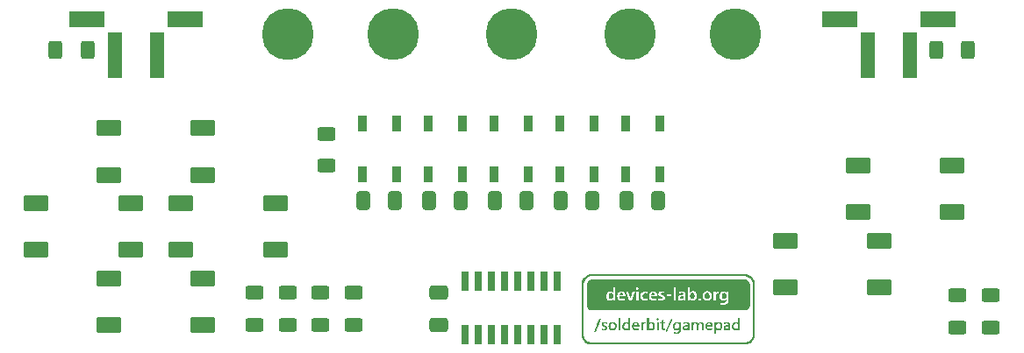
<source format=gts>
G04 #@! TF.GenerationSoftware,KiCad,Pcbnew,8.0.0*
G04 #@! TF.CreationDate,2024-05-31T17:11:35+01:00*
G04 #@! TF.ProjectId,basic_kit_SMT_bumpers_D_pad,62617369-635f-46b6-9974-5f534d545f62,v1.4*
G04 #@! TF.SameCoordinates,Original*
G04 #@! TF.FileFunction,Soldermask,Top*
G04 #@! TF.FilePolarity,Negative*
%FSLAX46Y46*%
G04 Gerber Fmt 4.6, Leading zero omitted, Abs format (unit mm)*
G04 Created by KiCad (PCBNEW 8.0.0) date 2024-05-31 17:11:35*
%MOMM*%
%LPD*%
G01*
G04 APERTURE LIST*
G04 Aperture macros list*
%AMRoundRect*
0 Rectangle with rounded corners*
0 $1 Rounding radius*
0 $2 $3 $4 $5 $6 $7 $8 $9 X,Y pos of 4 corners*
0 Add a 4 corners polygon primitive as box body*
4,1,4,$2,$3,$4,$5,$6,$7,$8,$9,$2,$3,0*
0 Add four circle primitives for the rounded corners*
1,1,$1+$1,$2,$3*
1,1,$1+$1,$4,$5*
1,1,$1+$1,$6,$7*
1,1,$1+$1,$8,$9*
0 Add four rect primitives between the rounded corners*
20,1,$1+$1,$2,$3,$4,$5,0*
20,1,$1+$1,$4,$5,$6,$7,0*
20,1,$1+$1,$6,$7,$8,$9,0*
20,1,$1+$1,$8,$9,$2,$3,0*%
G04 Aperture macros list end*
%ADD10C,0.000000*%
%ADD11C,1.550000*%
%ADD12RoundRect,0.250000X-0.412500X-0.650000X0.412500X-0.650000X0.412500X0.650000X-0.412500X0.650000X0*%
%ADD13RoundRect,0.250000X-0.625000X0.400000X-0.625000X-0.400000X0.625000X-0.400000X0.625000X0.400000X0*%
%ADD14RoundRect,0.250000X-0.400000X-0.625000X0.400000X-0.625000X0.400000X0.625000X-0.400000X0.625000X0*%
%ADD15RoundRect,0.250000X0.400000X0.625000X-0.400000X0.625000X-0.400000X-0.625000X0.400000X-0.625000X0*%
%ADD16RoundRect,0.102000X-1.050000X-0.700000X1.050000X-0.700000X1.050000X0.700000X-1.050000X0.700000X0*%
%ADD17R,0.900000X1.500000*%
%ADD18RoundRect,0.250000X0.650000X-0.412500X0.650000X0.412500X-0.650000X0.412500X-0.650000X-0.412500X0*%
%ADD19R,1.400000X4.500000*%
%ADD20R,3.500000X1.600000*%
%ADD21RoundRect,0.102000X0.266700X-0.850900X0.266700X0.850900X-0.266700X0.850900X-0.266700X-0.850900X0*%
%ADD22C,5.000000*%
G04 APERTURE END LIST*
D10*
G36*
X113538752Y-77212778D02*
G01*
X113570010Y-77219288D01*
X113602383Y-77235456D01*
X113631324Y-77260349D01*
X113655661Y-77292132D01*
X113674219Y-77328967D01*
X113685824Y-77369016D01*
X113689354Y-77406056D01*
X113689354Y-77421993D01*
X113495060Y-77421993D01*
X113300766Y-77421993D01*
X113304081Y-77404440D01*
X113316991Y-77359592D01*
X113337560Y-77317549D01*
X113364384Y-77280275D01*
X113396056Y-77249732D01*
X113430115Y-77228379D01*
X113463337Y-77217252D01*
X113501023Y-77211956D01*
X113538752Y-77212778D01*
G37*
G36*
X116595609Y-77212778D02*
G01*
X116626868Y-77219288D01*
X116659240Y-77235456D01*
X116688182Y-77260349D01*
X116712518Y-77292132D01*
X116731076Y-77328967D01*
X116742681Y-77369016D01*
X116746211Y-77406056D01*
X116746211Y-77421993D01*
X116551917Y-77421993D01*
X116357623Y-77421993D01*
X116360938Y-77404440D01*
X116373848Y-77359592D01*
X116394418Y-77317549D01*
X116421241Y-77280275D01*
X116452914Y-77249732D01*
X116486972Y-77228379D01*
X116520194Y-77217252D01*
X116557880Y-77211956D01*
X116595609Y-77212778D01*
G37*
G36*
X117095949Y-80428893D02*
G01*
X117094563Y-80816401D01*
X117010533Y-80817883D01*
X116981428Y-80818164D01*
X116956205Y-80817967D01*
X116936805Y-80817343D01*
X116925171Y-80816341D01*
X116922770Y-80815632D01*
X116922154Y-80809748D01*
X116921571Y-80793929D01*
X116921027Y-80769043D01*
X116920532Y-80735957D01*
X116920093Y-80695538D01*
X116919719Y-80648654D01*
X116919418Y-80596171D01*
X116919199Y-80538957D01*
X116919070Y-80477879D01*
X116919037Y-80426642D01*
X116919037Y-80041385D01*
X117008186Y-80041385D01*
X117097335Y-80041385D01*
X117095949Y-80428893D01*
G37*
G36*
X113408512Y-80243915D02*
G01*
X113408512Y-80819101D01*
X113322999Y-80819101D01*
X113293640Y-80818884D01*
X113268164Y-80818286D01*
X113248494Y-80817384D01*
X113236548Y-80816256D01*
X113233886Y-80815500D01*
X113233397Y-80809720D01*
X113232927Y-80793848D01*
X113232482Y-80768591D01*
X113232065Y-80734658D01*
X113231681Y-80692760D01*
X113231334Y-80643603D01*
X113231029Y-80587898D01*
X113230770Y-80526352D01*
X113230562Y-80459675D01*
X113230409Y-80388575D01*
X113230315Y-80313761D01*
X113230285Y-80240314D01*
X113230285Y-79668729D01*
X113319399Y-79668729D01*
X113408512Y-79668729D01*
X113408512Y-80243915D01*
G37*
G36*
X117041391Y-79682686D02*
G01*
X117055665Y-79686827D01*
X117080950Y-79702557D01*
X117098885Y-79724214D01*
X117109452Y-79749791D01*
X117112631Y-79777282D01*
X117108402Y-79804679D01*
X117096747Y-79829974D01*
X117077645Y-79851162D01*
X117057385Y-79863627D01*
X117034206Y-79870543D01*
X117007299Y-79873291D01*
X116981674Y-79871632D01*
X116967644Y-79867907D01*
X116949601Y-79857008D01*
X116931395Y-79840120D01*
X116917150Y-79821171D01*
X116915543Y-79818266D01*
X116909465Y-79798454D01*
X116907723Y-79774054D01*
X116910329Y-79750279D01*
X116915342Y-79735612D01*
X116929752Y-79715198D01*
X116948997Y-79697184D01*
X116968935Y-79685432D01*
X116969346Y-79685275D01*
X116990550Y-79680722D01*
X117016388Y-79679892D01*
X117041391Y-79682686D01*
G37*
G36*
X119495046Y-77555599D02*
G01*
X119490863Y-77614757D01*
X119479108Y-77666789D01*
X119459901Y-77711461D01*
X119433364Y-77748541D01*
X119399619Y-77777795D01*
X119371111Y-77793797D01*
X119341433Y-77803537D01*
X119307085Y-77808799D01*
X119272462Y-77809274D01*
X119241959Y-77804651D01*
X119237182Y-77803233D01*
X119203616Y-77787257D01*
X119177923Y-77764335D01*
X119160663Y-77735476D01*
X119152399Y-77701686D01*
X119153691Y-77663972D01*
X119155129Y-77656130D01*
X119161319Y-77633983D01*
X119170858Y-77617025D01*
X119183981Y-77602371D01*
X119193824Y-77593116D01*
X119203949Y-77585147D01*
X119215409Y-77578190D01*
X119229259Y-77571975D01*
X119246552Y-77566230D01*
X119268341Y-77560684D01*
X119295680Y-77555064D01*
X119329623Y-77549099D01*
X119371223Y-77542519D01*
X119421535Y-77535050D01*
X119474969Y-77527368D01*
X119495222Y-77524480D01*
X119495046Y-77555599D01*
G37*
G36*
X111501538Y-79729387D02*
G01*
X111518857Y-79730178D01*
X111528104Y-79731394D01*
X111529127Y-79732044D01*
X111527114Y-79737464D01*
X111521214Y-79752264D01*
X111511673Y-79775845D01*
X111498737Y-79807606D01*
X111482654Y-79846949D01*
X111463668Y-79893273D01*
X111442026Y-79945979D01*
X111417975Y-80004467D01*
X111391761Y-80068137D01*
X111363629Y-80136391D01*
X111333826Y-80208629D01*
X111302599Y-80284250D01*
X111270193Y-80362655D01*
X111268538Y-80366657D01*
X111007853Y-80997074D01*
X110928528Y-80997201D01*
X110849203Y-80997328D01*
X110886334Y-80906864D01*
X110893494Y-80889449D01*
X110904449Y-80862840D01*
X110918873Y-80827831D01*
X110936439Y-80785210D01*
X110956821Y-80735771D01*
X110979694Y-80680304D01*
X111004730Y-80619602D01*
X111031603Y-80554454D01*
X111059987Y-80485653D01*
X111089555Y-80413989D01*
X111119981Y-80340255D01*
X111147482Y-80273619D01*
X111371498Y-79730838D01*
X111450264Y-79729344D01*
X111478042Y-79729087D01*
X111501538Y-79729387D01*
G37*
G36*
X118398370Y-79729387D02*
G01*
X118415689Y-79730178D01*
X118424936Y-79731394D01*
X118425959Y-79732044D01*
X118423946Y-79737464D01*
X118418045Y-79752264D01*
X118408504Y-79775845D01*
X118395569Y-79807606D01*
X118379485Y-79846949D01*
X118360500Y-79893273D01*
X118338858Y-79945979D01*
X118314807Y-80004467D01*
X118288592Y-80068137D01*
X118260461Y-80136391D01*
X118230658Y-80208629D01*
X118199431Y-80284250D01*
X118167025Y-80362655D01*
X118165370Y-80366657D01*
X117904685Y-80997074D01*
X117825360Y-80997201D01*
X117746035Y-80997328D01*
X117783166Y-80906864D01*
X117790326Y-80889449D01*
X117801281Y-80862840D01*
X117815704Y-80827831D01*
X117833271Y-80785210D01*
X117853653Y-80735771D01*
X117876526Y-80680304D01*
X117901562Y-80619602D01*
X117928435Y-80554454D01*
X117956818Y-80485653D01*
X117986387Y-80413989D01*
X118016813Y-80340255D01*
X118044313Y-80273619D01*
X118268330Y-79730838D01*
X118347096Y-79729344D01*
X118374874Y-79729087D01*
X118398370Y-79729387D01*
G37*
G36*
X120386899Y-77223911D02*
G01*
X120404221Y-77227485D01*
X120419630Y-77232660D01*
X120460498Y-77253502D01*
X120494407Y-77282523D01*
X120521274Y-77319572D01*
X120541019Y-77364499D01*
X120553560Y-77417155D01*
X120558815Y-77477390D01*
X120558983Y-77489503D01*
X120555692Y-77554151D01*
X120545609Y-77612430D01*
X120529052Y-77663860D01*
X120506339Y-77707962D01*
X120477791Y-77744257D01*
X120443726Y-77772265D01*
X120404462Y-77791507D01*
X120360319Y-77801504D01*
X120350857Y-77802357D01*
X120327617Y-77802965D01*
X120304918Y-77801965D01*
X120290196Y-77800014D01*
X120247762Y-77785765D01*
X120210235Y-77762466D01*
X120178420Y-77731062D01*
X120153122Y-77692497D01*
X120135148Y-77647715D01*
X120126621Y-77608321D01*
X120124101Y-77581223D01*
X120123033Y-77547986D01*
X120123308Y-77511567D01*
X120124820Y-77474923D01*
X120127460Y-77441012D01*
X120131119Y-77412790D01*
X120134315Y-77397689D01*
X120151878Y-77350984D01*
X120177124Y-77309391D01*
X120208844Y-77274458D01*
X120245832Y-77247733D01*
X120255189Y-77242796D01*
X120275012Y-77233798D01*
X120292514Y-77228210D01*
X120311961Y-77225044D01*
X120337619Y-77223314D01*
X120339899Y-77223215D01*
X120366778Y-77222644D01*
X120386899Y-77223911D01*
G37*
G36*
X112532713Y-77226059D02*
G01*
X112572218Y-77238000D01*
X112607665Y-77258908D01*
X112640731Y-77289318D01*
X112656537Y-77309152D01*
X112671539Y-77332262D01*
X112678536Y-77345436D01*
X112683223Y-77355723D01*
X112686761Y-77365031D01*
X112689311Y-77375040D01*
X112691035Y-77387430D01*
X112692095Y-77403881D01*
X112692653Y-77426074D01*
X112692869Y-77455688D01*
X112692905Y-77494405D01*
X112692905Y-77494904D01*
X112692796Y-77535271D01*
X112692387Y-77566581D01*
X112691556Y-77590575D01*
X112690182Y-77608995D01*
X112688144Y-77623585D01*
X112685318Y-77636086D01*
X112682345Y-77645948D01*
X112664581Y-77686619D01*
X112639835Y-77723787D01*
X112609865Y-77755513D01*
X112576430Y-77779856D01*
X112549783Y-77792227D01*
X112526002Y-77798156D01*
X112497081Y-77801943D01*
X112467361Y-77803311D01*
X112441183Y-77801981D01*
X112429593Y-77799930D01*
X112387514Y-77783981D01*
X112350724Y-77759187D01*
X112319618Y-77726331D01*
X112294591Y-77686196D01*
X112276036Y-77639565D01*
X112264348Y-77587222D01*
X112259921Y-77529949D01*
X112263076Y-77469180D01*
X112273583Y-77410097D01*
X112290784Y-77358339D01*
X112314322Y-77314302D01*
X112343840Y-77278378D01*
X112378980Y-77250963D01*
X112419385Y-77232449D01*
X112464698Y-77223231D01*
X112487169Y-77222221D01*
X112532713Y-77226059D01*
G37*
G36*
X121805413Y-77225076D02*
G01*
X121826033Y-77225991D01*
X121841469Y-77228029D01*
X121854526Y-77231608D01*
X121868012Y-77237146D01*
X121872226Y-77239095D01*
X121912169Y-77263066D01*
X121945029Y-77294366D01*
X121971018Y-77333348D01*
X121990349Y-77380361D01*
X122003232Y-77435756D01*
X122006831Y-77462139D01*
X122009771Y-77519698D01*
X122005907Y-77575133D01*
X121995666Y-77627037D01*
X121979475Y-77674004D01*
X121957762Y-77714627D01*
X121930955Y-77747498D01*
X121916309Y-77760182D01*
X121882924Y-77779847D01*
X121843094Y-77794105D01*
X121800054Y-77802338D01*
X121757044Y-77803924D01*
X121717431Y-77798277D01*
X121670437Y-77781008D01*
X121629793Y-77755054D01*
X121595894Y-77720742D01*
X121569132Y-77678397D01*
X121566698Y-77673385D01*
X121552286Y-77639432D01*
X121542673Y-77607324D01*
X121537111Y-77573397D01*
X121534853Y-77533987D01*
X121534707Y-77516507D01*
X121536177Y-77470622D01*
X121540841Y-77431993D01*
X121549336Y-77397378D01*
X121562298Y-77363539D01*
X121566558Y-77354301D01*
X121588548Y-77315035D01*
X121613842Y-77284286D01*
X121644556Y-77259834D01*
X121670489Y-77245237D01*
X121688248Y-77236643D01*
X121702199Y-77230886D01*
X121715306Y-77227397D01*
X121730535Y-77225610D01*
X121750853Y-77224955D01*
X121776802Y-77224863D01*
X121805413Y-77225076D01*
G37*
G36*
X123462279Y-77227478D02*
G01*
X123505045Y-77242540D01*
X123543190Y-77266810D01*
X123575769Y-77299665D01*
X123601834Y-77340484D01*
X123604713Y-77346381D01*
X123609245Y-77356288D01*
X123612678Y-77365365D01*
X123615164Y-77375257D01*
X123616857Y-77387611D01*
X123617908Y-77404071D01*
X123618470Y-77426282D01*
X123618697Y-77455891D01*
X123618739Y-77494541D01*
X123618739Y-77497604D01*
X123618672Y-77537476D01*
X123618379Y-77568252D01*
X123617725Y-77591636D01*
X123616575Y-77609333D01*
X123614795Y-77623048D01*
X123612249Y-77634485D01*
X123608801Y-77645349D01*
X123606536Y-77651527D01*
X123589021Y-77688848D01*
X123566405Y-77723199D01*
X123540978Y-77751309D01*
X123530772Y-77759890D01*
X123495176Y-77781171D01*
X123454545Y-77795646D01*
X123412012Y-77802638D01*
X123370709Y-77801471D01*
X123353471Y-77798133D01*
X123311415Y-77782021D01*
X123274206Y-77756614D01*
X123242704Y-77722657D01*
X123217771Y-77680894D01*
X123217705Y-77680752D01*
X123204712Y-77650245D01*
X123195804Y-77621474D01*
X123190385Y-77591249D01*
X123187859Y-77556376D01*
X123187557Y-77519207D01*
X123191069Y-77457824D01*
X123200374Y-77404647D01*
X123215827Y-77358546D01*
X123237780Y-77318397D01*
X123259252Y-77290922D01*
X123293479Y-77259399D01*
X123331121Y-77237786D01*
X123373315Y-77225588D01*
X123415839Y-77222245D01*
X123462279Y-77227478D01*
G37*
G36*
X117549687Y-79926145D02*
G01*
X117551142Y-80041385D01*
X117642851Y-80041385D01*
X117734559Y-80041385D01*
X117734559Y-80108895D01*
X117734559Y-80176405D01*
X117642525Y-80176405D01*
X117550490Y-80176405D01*
X117552061Y-80404589D01*
X117552466Y-80460365D01*
X117552875Y-80506381D01*
X117553341Y-80543679D01*
X117553916Y-80573300D01*
X117554655Y-80596286D01*
X117555608Y-80613679D01*
X117556829Y-80626519D01*
X117558370Y-80635848D01*
X117560285Y-80642709D01*
X117562625Y-80648143D01*
X117564557Y-80651676D01*
X117581633Y-80671074D01*
X117605902Y-80685117D01*
X117634882Y-80693259D01*
X117666092Y-80694951D01*
X117697053Y-80689647D01*
X117711766Y-80684155D01*
X117734879Y-80673664D01*
X117733369Y-80742118D01*
X117731859Y-80810573D01*
X117700697Y-80820052D01*
X117671469Y-80826543D01*
X117635938Y-80830852D01*
X117598432Y-80832712D01*
X117563278Y-80831856D01*
X117543845Y-80829733D01*
X117500056Y-80818410D01*
X117461137Y-80799486D01*
X117428556Y-80773991D01*
X117403783Y-80742955D01*
X117394379Y-80724753D01*
X117389311Y-80711264D01*
X117385066Y-80695796D01*
X117381576Y-80677341D01*
X117378776Y-80654892D01*
X117376598Y-80627441D01*
X117374976Y-80593982D01*
X117373843Y-80553506D01*
X117373133Y-80505007D01*
X117372778Y-80447477D01*
X117372705Y-80397447D01*
X117372705Y-80176405D01*
X117307895Y-80176405D01*
X117243086Y-80176405D01*
X117243086Y-80108895D01*
X117243086Y-80041385D01*
X117307895Y-80041385D01*
X117372705Y-80041385D01*
X117372711Y-79950921D01*
X117372718Y-79860458D01*
X117460475Y-79835681D01*
X117548231Y-79810904D01*
X117549687Y-79926145D01*
G37*
G36*
X115829041Y-80032679D02*
G01*
X115838342Y-80035763D01*
X115855078Y-80042695D01*
X115855078Y-80123052D01*
X115854890Y-80151123D01*
X115854372Y-80174919D01*
X115853594Y-80192566D01*
X115852624Y-80202190D01*
X115852109Y-80203409D01*
X115845753Y-80201162D01*
X115834204Y-80195679D01*
X115832801Y-80194959D01*
X115814411Y-80188774D01*
X115789548Y-80184660D01*
X115762397Y-80182938D01*
X115737145Y-80183928D01*
X115722439Y-80186515D01*
X115688189Y-80201226D01*
X115656705Y-80225398D01*
X115629091Y-80257816D01*
X115606452Y-80297267D01*
X115594688Y-80326818D01*
X115591726Y-80336072D01*
X115589270Y-80345285D01*
X115587259Y-80355580D01*
X115585629Y-80368083D01*
X115584315Y-80383916D01*
X115583253Y-80404204D01*
X115582381Y-80430070D01*
X115581634Y-80462640D01*
X115580949Y-80503036D01*
X115580262Y-80552382D01*
X115579786Y-80589567D01*
X115576936Y-80816401D01*
X115492906Y-80817883D01*
X115463801Y-80818164D01*
X115438578Y-80817967D01*
X115419178Y-80817343D01*
X115407544Y-80816341D01*
X115405142Y-80815632D01*
X115404527Y-80809748D01*
X115403944Y-80793929D01*
X115403400Y-80769043D01*
X115402905Y-80735957D01*
X115402466Y-80695538D01*
X115402092Y-80648654D01*
X115401791Y-80596171D01*
X115401572Y-80538957D01*
X115401443Y-80477879D01*
X115401410Y-80426642D01*
X115401410Y-80041385D01*
X115490523Y-80041385D01*
X115579637Y-80041385D01*
X115579831Y-80121047D01*
X115580025Y-80200708D01*
X115598440Y-80161459D01*
X115621316Y-80122097D01*
X115650076Y-80087505D01*
X115682670Y-80059834D01*
X115710177Y-80044106D01*
X115738503Y-80034745D01*
X115770296Y-80029555D01*
X115801746Y-80028783D01*
X115829041Y-80032679D01*
G37*
G36*
X114342852Y-80243915D02*
G01*
X114342852Y-80819101D01*
X114256600Y-80819101D01*
X114170349Y-80819101D01*
X114168837Y-80750593D01*
X114167325Y-80682085D01*
X114141803Y-80716838D01*
X114113879Y-80749407D01*
X114081374Y-80778434D01*
X114047528Y-80801196D01*
X114032219Y-80808894D01*
X113986484Y-80824171D01*
X113935723Y-80832602D01*
X113883524Y-80833857D01*
X113833476Y-80827607D01*
X113831994Y-80827289D01*
X113784144Y-80811605D01*
X113738612Y-80786547D01*
X113697320Y-80753537D01*
X113662185Y-80713995D01*
X113645886Y-80689482D01*
X113621603Y-80638987D01*
X113603726Y-80581594D01*
X113592431Y-80519229D01*
X113587896Y-80453818D01*
X113588960Y-80424339D01*
X113766868Y-80424339D01*
X113768235Y-80479155D01*
X113776176Y-80531981D01*
X113776306Y-80532566D01*
X113790140Y-80574302D01*
X113811416Y-80612447D01*
X113838640Y-80645121D01*
X113870321Y-80670446D01*
X113896216Y-80683527D01*
X113930621Y-80692255D01*
X113969479Y-80694838D01*
X114008369Y-80691286D01*
X114038814Y-80683202D01*
X114067184Y-80668252D01*
X114095580Y-80645791D01*
X114121034Y-80618688D01*
X114140576Y-80589813D01*
X114145234Y-80580357D01*
X114154557Y-80557186D01*
X114161358Y-80534553D01*
X114165933Y-80510241D01*
X114168576Y-80482033D01*
X114169581Y-80447714D01*
X114169245Y-80405066D01*
X114169155Y-80400538D01*
X114168303Y-80365923D01*
X114167230Y-80340080D01*
X114165693Y-80320983D01*
X114163448Y-80306602D01*
X114160251Y-80294910D01*
X114155859Y-80283878D01*
X114154884Y-80281721D01*
X114131034Y-80239600D01*
X114102221Y-80206937D01*
X114068030Y-80183393D01*
X114028047Y-80168627D01*
X114012941Y-80165525D01*
X113965019Y-80162239D01*
X113920935Y-80168968D01*
X113881182Y-80185457D01*
X113846254Y-80211448D01*
X113816645Y-80246686D01*
X113799658Y-80276090D01*
X113782836Y-80319992D01*
X113771821Y-80370346D01*
X113766868Y-80424339D01*
X113588960Y-80424339D01*
X113590298Y-80387289D01*
X113599813Y-80321568D01*
X113608668Y-80284554D01*
X113628055Y-80230612D01*
X113654793Y-80180272D01*
X113687653Y-80135112D01*
X113725404Y-80096713D01*
X113766817Y-80066653D01*
X113786568Y-80056150D01*
X113821104Y-80041581D01*
X113853623Y-80032127D01*
X113888138Y-80026948D01*
X113928661Y-80025201D01*
X113934222Y-80025182D01*
X113987561Y-80028474D01*
X114033758Y-80038886D01*
X114074430Y-80057222D01*
X114111199Y-80084289D01*
X114145684Y-80120891D01*
X114157574Y-80136184D01*
X114169426Y-80152101D01*
X114169726Y-79910415D01*
X114170026Y-79668729D01*
X114256439Y-79668729D01*
X114342852Y-79668729D01*
X114342852Y-80243915D01*
G37*
G36*
X124923035Y-80243915D02*
G01*
X124923035Y-80819101D01*
X124836783Y-80819101D01*
X124750531Y-80819101D01*
X124749020Y-80750593D01*
X124747508Y-80682085D01*
X124721986Y-80716838D01*
X124694062Y-80749407D01*
X124661557Y-80778434D01*
X124627711Y-80801196D01*
X124612402Y-80808894D01*
X124566667Y-80824171D01*
X124515906Y-80832602D01*
X124463707Y-80833857D01*
X124413659Y-80827607D01*
X124412177Y-80827289D01*
X124364326Y-80811605D01*
X124318795Y-80786547D01*
X124277503Y-80753537D01*
X124242368Y-80713995D01*
X124226069Y-80689482D01*
X124201786Y-80638987D01*
X124183909Y-80581594D01*
X124172614Y-80519229D01*
X124168079Y-80453818D01*
X124169143Y-80424339D01*
X124347051Y-80424339D01*
X124348417Y-80479155D01*
X124356359Y-80531981D01*
X124356489Y-80532566D01*
X124370323Y-80574302D01*
X124391598Y-80612447D01*
X124418823Y-80645121D01*
X124450504Y-80670446D01*
X124476398Y-80683527D01*
X124510804Y-80692255D01*
X124549662Y-80694838D01*
X124588552Y-80691286D01*
X124618997Y-80683202D01*
X124647367Y-80668252D01*
X124675763Y-80645791D01*
X124701217Y-80618688D01*
X124720759Y-80589813D01*
X124725417Y-80580357D01*
X124734740Y-80557186D01*
X124741541Y-80534553D01*
X124746116Y-80510241D01*
X124748758Y-80482033D01*
X124749764Y-80447714D01*
X124749428Y-80405066D01*
X124749338Y-80400538D01*
X124748486Y-80365923D01*
X124747413Y-80340080D01*
X124745876Y-80320983D01*
X124743631Y-80306602D01*
X124740434Y-80294910D01*
X124736042Y-80283878D01*
X124735067Y-80281721D01*
X124711217Y-80239600D01*
X124682404Y-80206937D01*
X124648213Y-80183393D01*
X124608230Y-80168627D01*
X124593124Y-80165525D01*
X124545202Y-80162239D01*
X124501118Y-80168968D01*
X124461365Y-80185457D01*
X124426437Y-80211448D01*
X124396828Y-80246686D01*
X124379841Y-80276090D01*
X124363019Y-80319992D01*
X124352004Y-80370346D01*
X124347051Y-80424339D01*
X124169143Y-80424339D01*
X124170480Y-80387289D01*
X124179996Y-80321568D01*
X124188851Y-80284554D01*
X124208238Y-80230612D01*
X124234976Y-80180272D01*
X124267836Y-80135112D01*
X124305587Y-80096713D01*
X124347000Y-80066653D01*
X124366751Y-80056150D01*
X124401287Y-80041581D01*
X124433806Y-80032127D01*
X124468321Y-80026948D01*
X124508843Y-80025201D01*
X124514405Y-80025182D01*
X124567744Y-80028474D01*
X124613940Y-80038886D01*
X124654613Y-80057222D01*
X124691382Y-80084289D01*
X124725867Y-80120891D01*
X124737757Y-80136184D01*
X124749609Y-80152101D01*
X124749909Y-79910415D01*
X124750209Y-79668729D01*
X124836622Y-79668729D01*
X124923035Y-79668729D01*
X124923035Y-80243915D01*
G37*
G36*
X116158820Y-79922357D02*
G01*
X116160224Y-80175984D01*
X116187228Y-80139757D01*
X116219197Y-80103495D01*
X116256187Y-80072724D01*
X116295500Y-80049521D01*
X116314873Y-80041515D01*
X116343718Y-80034041D01*
X116379284Y-80028777D01*
X116417675Y-80025962D01*
X116454992Y-80025834D01*
X116487337Y-80028629D01*
X116497049Y-80030405D01*
X116548496Y-80046953D01*
X116594580Y-80072742D01*
X116635011Y-80107478D01*
X116669501Y-80150868D01*
X116697763Y-80202619D01*
X116717214Y-80254717D01*
X116722462Y-80272492D01*
X116726311Y-80287940D01*
X116728978Y-80303259D01*
X116730681Y-80320650D01*
X116731638Y-80342312D01*
X116732066Y-80370444D01*
X116732183Y-80405939D01*
X116731959Y-80447109D01*
X116731117Y-80479449D01*
X116729528Y-80504922D01*
X116727063Y-80525488D01*
X116723592Y-80543108D01*
X116722989Y-80545569D01*
X116702040Y-80611896D01*
X116674664Y-80669896D01*
X116641056Y-80719390D01*
X116601411Y-80760203D01*
X116555925Y-80792158D01*
X116504790Y-80815079D01*
X116448204Y-80828789D01*
X116405960Y-80832791D01*
X116380262Y-80833171D01*
X116355703Y-80832431D01*
X116336305Y-80830727D01*
X116330934Y-80829821D01*
X116292526Y-80817568D01*
X116254115Y-80797955D01*
X116218594Y-80772939D01*
X116188853Y-80744478D01*
X116172337Y-80722462D01*
X116160224Y-80702984D01*
X116157523Y-80759692D01*
X116154823Y-80816401D01*
X116068410Y-80816401D01*
X115981997Y-80816401D01*
X115981116Y-80448758D01*
X116153233Y-80448758D01*
X116154006Y-80485996D01*
X116156876Y-80518087D01*
X116156958Y-80518672D01*
X116168186Y-80564930D01*
X116187528Y-80605942D01*
X116214144Y-80640539D01*
X116247197Y-80667557D01*
X116274084Y-80681486D01*
X116311897Y-80692017D01*
X116353382Y-80695151D01*
X116394275Y-80690820D01*
X116418999Y-80683790D01*
X116455283Y-80664539D01*
X116487092Y-80635969D01*
X116513823Y-80598846D01*
X116534873Y-80553936D01*
X116544205Y-80524757D01*
X116550116Y-80495119D01*
X116554062Y-80459010D01*
X116555946Y-80419978D01*
X116555676Y-80381569D01*
X116553156Y-80347328D01*
X116549497Y-80325483D01*
X116533784Y-80277235D01*
X116511409Y-80236846D01*
X116482934Y-80204731D01*
X116448920Y-80181306D01*
X116409930Y-80166985D01*
X116366524Y-80162184D01*
X116332235Y-80164950D01*
X116286344Y-80176989D01*
X116246800Y-80197733D01*
X116213799Y-80227004D01*
X116187542Y-80264624D01*
X116168225Y-80310418D01*
X116167780Y-80311838D01*
X116161829Y-80337914D01*
X116157311Y-80371542D01*
X116154390Y-80409548D01*
X116153233Y-80448758D01*
X115981116Y-80448758D01*
X115980622Y-80242565D01*
X115979247Y-79668729D01*
X116068332Y-79668729D01*
X116157417Y-79668729D01*
X116158820Y-79922357D01*
G37*
G36*
X111949848Y-80026167D02*
G01*
X111989035Y-80029472D01*
X112026070Y-80035625D01*
X112065061Y-80045113D01*
X112096116Y-80053610D01*
X112096116Y-80128509D01*
X112095841Y-80155544D01*
X112095087Y-80178236D01*
X112093960Y-80194643D01*
X112092563Y-80202824D01*
X112092065Y-80203389D01*
X112085126Y-80200801D01*
X112073484Y-80194494D01*
X112071781Y-80193469D01*
X112034892Y-80175579D01*
X111992683Y-80162738D01*
X111947794Y-80155171D01*
X111902864Y-80153104D01*
X111860533Y-80156765D01*
X111823441Y-80166379D01*
X111812167Y-80171201D01*
X111786941Y-80188471D01*
X111770132Y-80210541D01*
X111761860Y-80235489D01*
X111762245Y-80261394D01*
X111771409Y-80286334D01*
X111789472Y-80308386D01*
X111802926Y-80318392D01*
X111811118Y-80323321D01*
X111819779Y-80327973D01*
X111830516Y-80333038D01*
X111844936Y-80339200D01*
X111864646Y-80347148D01*
X111891253Y-80357568D01*
X111925990Y-80371003D01*
X111984391Y-80396409D01*
X112032555Y-80423772D01*
X112070934Y-80453479D01*
X112099979Y-80485918D01*
X112120139Y-80521476D01*
X112128287Y-80544936D01*
X112132976Y-80573690D01*
X112133555Y-80607130D01*
X112130335Y-80641109D01*
X112123624Y-80671484D01*
X112117694Y-80687004D01*
X112102420Y-80711498D01*
X112080515Y-80737486D01*
X112055096Y-80761819D01*
X112029286Y-80781350D01*
X112017378Y-80788244D01*
X111967110Y-80808753D01*
X111909918Y-80823422D01*
X111848172Y-80831919D01*
X111784237Y-80833912D01*
X111723460Y-80829457D01*
X111679524Y-80822384D01*
X111641576Y-80812768D01*
X111611393Y-80802091D01*
X111583039Y-80790842D01*
X111583039Y-80710640D01*
X111583039Y-80630438D01*
X111606975Y-80646593D01*
X111657982Y-80674702D01*
X111714047Y-80694137D01*
X111772987Y-80704242D01*
X111802856Y-80705590D01*
X111851663Y-80702814D01*
X111891614Y-80694268D01*
X111922617Y-80680006D01*
X111944583Y-80660087D01*
X111957420Y-80634565D01*
X111961095Y-80607173D01*
X111957822Y-80584785D01*
X111947482Y-80564626D01*
X111929294Y-80546027D01*
X111902479Y-80528320D01*
X111866256Y-80510838D01*
X111833231Y-80497763D01*
X111773552Y-80474037D01*
X111723821Y-80450569D01*
X111683215Y-80426807D01*
X111650912Y-80402195D01*
X111626088Y-80376178D01*
X111607921Y-80348204D01*
X111606231Y-80344857D01*
X111599449Y-80330088D01*
X111595061Y-80316935D01*
X111592555Y-80302341D01*
X111591419Y-80283247D01*
X111591141Y-80256595D01*
X111591140Y-80254717D01*
X111591414Y-80227221D01*
X111592541Y-80207577D01*
X111594982Y-80192839D01*
X111599196Y-80180066D01*
X111604642Y-80168304D01*
X111629690Y-80130065D01*
X111663514Y-80097102D01*
X111705248Y-80069831D01*
X111754021Y-80048666D01*
X111808966Y-80034022D01*
X111869214Y-80026315D01*
X111904259Y-80025182D01*
X111949848Y-80026167D01*
G37*
G36*
X122967522Y-80027129D02*
G01*
X123013787Y-80033754D01*
X123054666Y-80047194D01*
X123092094Y-80068075D01*
X123125992Y-80095168D01*
X123163663Y-80136889D01*
X123193716Y-80186143D01*
X123216082Y-80242739D01*
X123230690Y-80306482D01*
X123237471Y-80377182D01*
X123237982Y-80404262D01*
X123234097Y-80479506D01*
X123222603Y-80548744D01*
X123203743Y-80611542D01*
X123177763Y-80667462D01*
X123144904Y-80716070D01*
X123105411Y-80756930D01*
X123059527Y-80789604D01*
X123009615Y-80812895D01*
X122992687Y-80818689D01*
X122977533Y-80822666D01*
X122961435Y-80825162D01*
X122941673Y-80826514D01*
X122915530Y-80827061D01*
X122894751Y-80827143D01*
X122818860Y-80827202D01*
X122778634Y-80807142D01*
X122748552Y-80790441D01*
X122723327Y-80772019D01*
X122699408Y-80748986D01*
X122680455Y-80727267D01*
X122660307Y-80702984D01*
X122660202Y-80939269D01*
X122660096Y-81175554D01*
X122574583Y-81175554D01*
X122545224Y-81175338D01*
X122519748Y-81174740D01*
X122500078Y-81173838D01*
X122488132Y-81172709D01*
X122485470Y-81171954D01*
X122484977Y-81166171D01*
X122484505Y-81150301D01*
X122484057Y-81125056D01*
X122483637Y-81091152D01*
X122483252Y-81049303D01*
X122482904Y-81000221D01*
X122482599Y-80944621D01*
X122482341Y-80883217D01*
X122482134Y-80816723D01*
X122481984Y-80745853D01*
X122481894Y-80671320D01*
X122481869Y-80604869D01*
X122481869Y-80448758D01*
X122655806Y-80448758D01*
X122656579Y-80485996D01*
X122659449Y-80518087D01*
X122659531Y-80518672D01*
X122670759Y-80564930D01*
X122690100Y-80605942D01*
X122716717Y-80640539D01*
X122749770Y-80667557D01*
X122776656Y-80681486D01*
X122814470Y-80692017D01*
X122855955Y-80695151D01*
X122896848Y-80690820D01*
X122921571Y-80683790D01*
X122957856Y-80664539D01*
X122989665Y-80635969D01*
X123016395Y-80598846D01*
X123037446Y-80553936D01*
X123046778Y-80524757D01*
X123052689Y-80495119D01*
X123056634Y-80459010D01*
X123058519Y-80419978D01*
X123058249Y-80381569D01*
X123055729Y-80347328D01*
X123052070Y-80325483D01*
X123036356Y-80277235D01*
X123013982Y-80236846D01*
X122985507Y-80204731D01*
X122951493Y-80181306D01*
X122912503Y-80166985D01*
X122869097Y-80162184D01*
X122834808Y-80164950D01*
X122788917Y-80176989D01*
X122749372Y-80197733D01*
X122716372Y-80227004D01*
X122690115Y-80264624D01*
X122670798Y-80310418D01*
X122670353Y-80311838D01*
X122664402Y-80337914D01*
X122659883Y-80371542D01*
X122656963Y-80409548D01*
X122655806Y-80448758D01*
X122481869Y-80448758D01*
X122481869Y-80041385D01*
X122570821Y-80041385D01*
X122659773Y-80041385D01*
X122661285Y-80108704D01*
X122662796Y-80176022D01*
X122689800Y-80139776D01*
X122723864Y-80100268D01*
X122760909Y-80069961D01*
X122802331Y-80048152D01*
X122849525Y-80034138D01*
X122903884Y-80027216D01*
X122913934Y-80026694D01*
X122967522Y-80027129D01*
G37*
G36*
X112729077Y-80026855D02*
G01*
X112747932Y-80029136D01*
X112767198Y-80032842D01*
X112778638Y-80035474D01*
X112837927Y-80054639D01*
X112890414Y-80082117D01*
X112935905Y-80117675D01*
X112974206Y-80161079D01*
X113005123Y-80212099D01*
X113028463Y-80270501D01*
X113044030Y-80336053D01*
X113047189Y-80357332D01*
X113051078Y-80413760D01*
X113048896Y-80471823D01*
X113041014Y-80528319D01*
X113027802Y-80580049D01*
X113018586Y-80604863D01*
X112989200Y-80661549D01*
X112952335Y-80710567D01*
X112908341Y-80751692D01*
X112857567Y-80784697D01*
X112800365Y-80809355D01*
X112737085Y-80825441D01*
X112668076Y-80832727D01*
X112665901Y-80832808D01*
X112620592Y-80833075D01*
X112581970Y-80830577D01*
X112562530Y-80827713D01*
X112507559Y-80814273D01*
X112460199Y-80795911D01*
X112417879Y-80771316D01*
X112378032Y-80739180D01*
X112365642Y-80727345D01*
X112331692Y-80689735D01*
X112305265Y-80650587D01*
X112284419Y-80606624D01*
X112271108Y-80567963D01*
X112265337Y-80547905D01*
X112261301Y-80530474D01*
X112258698Y-80512942D01*
X112257225Y-80492576D01*
X112256579Y-80466646D01*
X112256457Y-80435644D01*
X112256476Y-80433348D01*
X112432502Y-80433348D01*
X112435921Y-80486991D01*
X112446735Y-80538244D01*
X112453216Y-80557652D01*
X112473989Y-80599098D01*
X112502575Y-80635006D01*
X112537401Y-80663785D01*
X112576897Y-80683839D01*
X112577969Y-80684229D01*
X112604879Y-80690755D01*
X112637887Y-80694131D01*
X112672734Y-80694282D01*
X112705164Y-80691133D01*
X112724534Y-80686808D01*
X112765009Y-80669099D01*
X112799643Y-80642575D01*
X112827983Y-80607785D01*
X112849574Y-80565278D01*
X112863190Y-80519348D01*
X112867113Y-80492146D01*
X112869313Y-80458131D01*
X112869785Y-80421154D01*
X112868525Y-80385066D01*
X112865529Y-80353718D01*
X112863400Y-80341129D01*
X112853508Y-80306640D01*
X112838701Y-80272037D01*
X112820676Y-80240570D01*
X112801132Y-80215487D01*
X112794227Y-80208800D01*
X112759716Y-80185208D01*
X112720448Y-80169783D01*
X112678284Y-80162338D01*
X112635085Y-80162682D01*
X112592711Y-80170627D01*
X112553022Y-80185985D01*
X112517880Y-80208565D01*
X112489144Y-80238180D01*
X112487863Y-80239904D01*
X112464158Y-80280592D01*
X112446866Y-80327897D01*
X112436232Y-80379566D01*
X112432502Y-80433348D01*
X112256476Y-80433348D01*
X112256759Y-80399954D01*
X112257783Y-80372334D01*
X112259783Y-80350062D01*
X112263012Y-80330416D01*
X112267723Y-80310675D01*
X112268249Y-80308725D01*
X112290261Y-80245539D01*
X112319881Y-80190020D01*
X112357128Y-80142147D01*
X112402024Y-80101899D01*
X112454587Y-80069257D01*
X112514838Y-80044198D01*
X112527037Y-80040328D01*
X112547063Y-80035283D01*
X112570389Y-80031565D01*
X112599318Y-80028915D01*
X112636153Y-80027069D01*
X112646998Y-80026699D01*
X112681407Y-80025823D01*
X112707834Y-80025813D01*
X112729077Y-80026855D01*
G37*
G36*
X114962643Y-80028661D02*
G01*
X115014492Y-80039418D01*
X115060484Y-80057929D01*
X115101884Y-80084675D01*
X115131370Y-80111119D01*
X115163231Y-80148422D01*
X115188523Y-80189623D01*
X115207702Y-80236000D01*
X115221226Y-80288830D01*
X115229551Y-80349392D01*
X115232401Y-80393787D01*
X115235625Y-80473449D01*
X114972696Y-80473449D01*
X114912021Y-80473480D01*
X114861270Y-80473592D01*
X114819566Y-80473812D01*
X114786032Y-80474167D01*
X114759790Y-80474685D01*
X114739964Y-80475394D01*
X114725676Y-80476320D01*
X114716048Y-80477491D01*
X114710205Y-80478935D01*
X114707267Y-80480678D01*
X114706576Y-80481766D01*
X114705656Y-80493322D01*
X114707834Y-80511927D01*
X114712451Y-80534500D01*
X114718848Y-80557963D01*
X114726366Y-80579237D01*
X114728490Y-80584179D01*
X114739365Y-80603203D01*
X114754534Y-80623753D01*
X114765797Y-80636303D01*
X114798810Y-80663311D01*
X114836671Y-80682639D01*
X114880570Y-80694705D01*
X114931699Y-80699926D01*
X114948228Y-80700219D01*
X115008118Y-80696001D01*
X115064390Y-80682734D01*
X115119785Y-80659729D01*
X115129469Y-80654717D01*
X115174576Y-80630721D01*
X115174576Y-80699808D01*
X115174576Y-80768895D01*
X115138121Y-80785341D01*
X115090167Y-80804766D01*
X115044649Y-80818212D01*
X115015395Y-80824264D01*
X114991529Y-80827469D01*
X114961498Y-80830000D01*
X114928174Y-80831773D01*
X114894429Y-80832705D01*
X114863133Y-80832713D01*
X114837158Y-80831713D01*
X114820887Y-80829915D01*
X114768982Y-80816709D01*
X114719624Y-80796897D01*
X114675037Y-80771658D01*
X114637444Y-80742169D01*
X114619327Y-80723113D01*
X114605242Y-80704438D01*
X114590057Y-80681491D01*
X114578878Y-80662478D01*
X114554891Y-80607931D01*
X114538456Y-80547841D01*
X114529540Y-80484226D01*
X114528109Y-80419107D01*
X114534129Y-80354502D01*
X114536476Y-80343662D01*
X114706167Y-80343662D01*
X114707560Y-80349479D01*
X114713615Y-80350856D01*
X114728907Y-80352022D01*
X114751871Y-80352974D01*
X114780943Y-80353714D01*
X114814559Y-80354240D01*
X114851157Y-80354553D01*
X114889173Y-80354651D01*
X114927042Y-80354534D01*
X114963202Y-80354202D01*
X114996088Y-80353654D01*
X115024137Y-80352891D01*
X115045785Y-80351910D01*
X115059469Y-80350713D01*
X115063644Y-80349580D01*
X115064771Y-80340815D01*
X115063488Y-80324648D01*
X115060342Y-80304068D01*
X115055877Y-80282060D01*
X115050641Y-80261612D01*
X115045179Y-80245712D01*
X115044302Y-80243749D01*
X115022077Y-80208068D01*
X114993318Y-80180594D01*
X114959112Y-80161877D01*
X114920544Y-80152469D01*
X114878701Y-80152919D01*
X114868354Y-80154543D01*
X114827316Y-80166255D01*
X114792975Y-80185522D01*
X114763703Y-80213456D01*
X114745515Y-80238514D01*
X114733139Y-80260437D01*
X114722175Y-80284371D01*
X114713465Y-80307858D01*
X114707848Y-80328441D01*
X114706167Y-80343662D01*
X114536476Y-80343662D01*
X114547566Y-80292430D01*
X114568387Y-80234912D01*
X114586616Y-80199649D01*
X114598467Y-80182414D01*
X114615484Y-80161103D01*
X114634947Y-80139022D01*
X114646413Y-80127033D01*
X114669519Y-80104842D01*
X114690008Y-80088284D01*
X114711895Y-80074471D01*
X114738226Y-80060977D01*
X114771524Y-80046066D01*
X114800882Y-80035814D01*
X114829916Y-80029437D01*
X114862239Y-80026155D01*
X114901465Y-80025184D01*
X114903667Y-80025182D01*
X114962643Y-80028661D01*
G37*
G36*
X122043102Y-80028661D02*
G01*
X122094952Y-80039418D01*
X122140943Y-80057929D01*
X122182343Y-80084675D01*
X122211829Y-80111119D01*
X122243690Y-80148422D01*
X122268982Y-80189623D01*
X122288162Y-80236000D01*
X122301685Y-80288830D01*
X122310010Y-80349392D01*
X122312861Y-80393787D01*
X122316084Y-80473449D01*
X122053156Y-80473449D01*
X121992480Y-80473480D01*
X121941729Y-80473592D01*
X121900025Y-80473812D01*
X121866491Y-80474167D01*
X121840250Y-80474685D01*
X121820423Y-80475394D01*
X121806135Y-80476320D01*
X121796508Y-80477491D01*
X121790664Y-80478935D01*
X121787727Y-80480678D01*
X121787036Y-80481766D01*
X121786116Y-80493322D01*
X121788294Y-80511927D01*
X121792910Y-80534500D01*
X121799307Y-80557963D01*
X121806825Y-80579237D01*
X121808949Y-80584179D01*
X121819825Y-80603203D01*
X121834993Y-80623753D01*
X121846256Y-80636303D01*
X121879269Y-80663311D01*
X121917130Y-80682639D01*
X121961030Y-80694705D01*
X122012159Y-80699926D01*
X122028688Y-80700219D01*
X122088577Y-80696001D01*
X122144849Y-80682734D01*
X122200245Y-80659729D01*
X122209928Y-80654717D01*
X122255035Y-80630721D01*
X122255035Y-80699808D01*
X122255035Y-80768895D01*
X122218580Y-80785341D01*
X122170626Y-80804766D01*
X122125108Y-80818212D01*
X122095854Y-80824264D01*
X122071988Y-80827469D01*
X122041957Y-80830000D01*
X122008633Y-80831773D01*
X121974888Y-80832705D01*
X121943592Y-80832713D01*
X121917618Y-80831713D01*
X121901347Y-80829915D01*
X121849441Y-80816709D01*
X121800083Y-80796897D01*
X121755496Y-80771658D01*
X121717903Y-80742169D01*
X121699786Y-80723113D01*
X121685701Y-80704438D01*
X121670516Y-80681491D01*
X121659338Y-80662478D01*
X121635350Y-80607931D01*
X121618915Y-80547841D01*
X121609999Y-80484226D01*
X121608568Y-80419107D01*
X121614588Y-80354502D01*
X121616935Y-80343662D01*
X121786626Y-80343662D01*
X121788019Y-80349479D01*
X121794075Y-80350856D01*
X121809366Y-80352022D01*
X121832330Y-80352974D01*
X121861402Y-80353714D01*
X121895019Y-80354240D01*
X121931617Y-80354553D01*
X121969632Y-80354651D01*
X122007501Y-80354534D01*
X122043661Y-80354202D01*
X122076547Y-80353654D01*
X122104596Y-80352891D01*
X122126244Y-80351910D01*
X122139928Y-80350713D01*
X122144103Y-80349580D01*
X122145230Y-80340815D01*
X122143948Y-80324648D01*
X122140801Y-80304068D01*
X122136337Y-80282060D01*
X122131101Y-80261612D01*
X122125638Y-80245712D01*
X122124761Y-80243749D01*
X122102536Y-80208068D01*
X122073777Y-80180594D01*
X122039571Y-80161877D01*
X122001003Y-80152469D01*
X121959160Y-80152919D01*
X121948814Y-80154543D01*
X121907776Y-80166255D01*
X121873434Y-80185522D01*
X121844162Y-80213456D01*
X121825974Y-80238514D01*
X121813598Y-80260437D01*
X121802634Y-80284371D01*
X121793924Y-80307858D01*
X121788308Y-80328441D01*
X121786626Y-80343662D01*
X121616935Y-80343662D01*
X121628025Y-80292430D01*
X121648846Y-80234912D01*
X121667075Y-80199649D01*
X121678926Y-80182414D01*
X121695944Y-80161103D01*
X121715406Y-80139022D01*
X121726872Y-80127033D01*
X121749978Y-80104842D01*
X121770467Y-80088284D01*
X121792354Y-80074471D01*
X121818686Y-80060977D01*
X121851983Y-80046066D01*
X121881341Y-80035814D01*
X121910375Y-80029437D01*
X121942698Y-80026155D01*
X121981924Y-80025184D01*
X121984126Y-80025182D01*
X122043102Y-80028661D01*
G37*
G36*
X119813321Y-80026065D02*
G01*
X119836520Y-80027379D01*
X119855991Y-80029934D01*
X119869229Y-80032655D01*
X119920173Y-80049069D01*
X119963148Y-80072650D01*
X119998509Y-80103744D01*
X120026613Y-80142699D01*
X120047815Y-80189862D01*
X120055295Y-80214211D01*
X120057416Y-80222971D01*
X120059200Y-80232846D01*
X120060676Y-80244800D01*
X120061873Y-80259801D01*
X120062820Y-80278816D01*
X120063546Y-80302811D01*
X120064081Y-80332753D01*
X120064453Y-80369608D01*
X120064692Y-80414343D01*
X120064826Y-80467924D01*
X120064884Y-80531319D01*
X120064885Y-80532858D01*
X120065008Y-80816401D01*
X119981295Y-80816401D01*
X119897583Y-80816401D01*
X119894882Y-80754913D01*
X119892182Y-80693426D01*
X119875041Y-80719808D01*
X119842928Y-80759776D01*
X119804281Y-80791506D01*
X119759917Y-80814675D01*
X119710655Y-80828958D01*
X119657312Y-80834032D01*
X119600705Y-80829571D01*
X119598819Y-80829263D01*
X119550226Y-80816282D01*
X119508169Y-80794971D01*
X119473191Y-80765986D01*
X119445835Y-80729985D01*
X119426645Y-80687624D01*
X119416162Y-80639559D01*
X119414274Y-80606139D01*
X119415808Y-80585525D01*
X119581635Y-80585525D01*
X119586113Y-80621773D01*
X119599317Y-80651989D01*
X119620906Y-80675666D01*
X119650537Y-80692294D01*
X119654546Y-80693767D01*
X119678487Y-80698722D01*
X119708304Y-80699999D01*
X119739780Y-80697768D01*
X119768698Y-80692198D01*
X119779474Y-80688752D01*
X119815826Y-80669476D01*
X119846763Y-80641128D01*
X119871624Y-80604336D01*
X119874630Y-80598450D01*
X119882292Y-80582117D01*
X119887442Y-80568130D01*
X119890674Y-80553464D01*
X119892581Y-80535092D01*
X119893757Y-80509988D01*
X119894101Y-80499223D01*
X119894547Y-80469477D01*
X119893859Y-80448648D01*
X119892079Y-80437448D01*
X119890552Y-80435644D01*
X119879808Y-80436528D01*
X119860633Y-80438948D01*
X119835231Y-80442552D01*
X119805807Y-80446990D01*
X119774564Y-80451911D01*
X119743708Y-80456964D01*
X119715441Y-80461799D01*
X119691970Y-80466064D01*
X119675498Y-80469409D01*
X119670409Y-80470674D01*
X119635224Y-80484901D01*
X119609127Y-80504855D01*
X119591816Y-80530929D01*
X119582988Y-80563515D01*
X119581635Y-80585525D01*
X119415808Y-80585525D01*
X119418103Y-80554700D01*
X119429720Y-80510003D01*
X119449568Y-80470874D01*
X119478087Y-80436137D01*
X119478162Y-80436062D01*
X119497117Y-80418602D01*
X119516900Y-80403772D01*
X119538832Y-80391120D01*
X119564235Y-80380192D01*
X119594430Y-80370535D01*
X119630740Y-80361696D01*
X119674485Y-80353222D01*
X119726989Y-80344661D01*
X119758512Y-80339977D01*
X119894882Y-80320210D01*
X119894882Y-80297895D01*
X119890122Y-80258496D01*
X119876461Y-80223598D01*
X119854824Y-80194437D01*
X119826138Y-80172246D01*
X119791329Y-80158263D01*
X119789870Y-80157903D01*
X119770095Y-80155210D01*
X119743358Y-80154309D01*
X119713325Y-80155066D01*
X119683664Y-80157349D01*
X119658040Y-80161025D01*
X119649146Y-80163008D01*
X119609272Y-80176179D01*
X119568142Y-80194598D01*
X119530990Y-80215833D01*
X119521324Y-80222444D01*
X119506961Y-80232447D01*
X119496343Y-80239256D01*
X119492357Y-80241215D01*
X119491431Y-80236141D01*
X119490849Y-80222219D01*
X119490649Y-80201397D01*
X119490863Y-80175624D01*
X119491019Y-80166953D01*
X119492522Y-80092692D01*
X119527627Y-80075497D01*
X119568640Y-80057340D01*
X119608730Y-80044022D01*
X119650851Y-80034886D01*
X119697955Y-80029272D01*
X119746360Y-80026708D01*
X119784050Y-80025880D01*
X119813321Y-80026065D01*
G37*
G36*
X123750510Y-80026065D02*
G01*
X123773709Y-80027379D01*
X123793180Y-80029934D01*
X123806418Y-80032655D01*
X123857362Y-80049069D01*
X123900337Y-80072650D01*
X123935698Y-80103744D01*
X123963802Y-80142699D01*
X123985004Y-80189862D01*
X123992484Y-80214211D01*
X123994605Y-80222971D01*
X123996389Y-80232846D01*
X123997865Y-80244800D01*
X123999062Y-80259801D01*
X124000009Y-80278816D01*
X124000735Y-80302811D01*
X124001270Y-80332753D01*
X124001642Y-80369608D01*
X124001881Y-80414343D01*
X124002015Y-80467924D01*
X124002073Y-80531319D01*
X124002074Y-80532858D01*
X124002197Y-80816401D01*
X123918484Y-80816401D01*
X123834772Y-80816401D01*
X123832071Y-80754913D01*
X123829371Y-80693426D01*
X123812230Y-80719808D01*
X123780117Y-80759776D01*
X123741470Y-80791506D01*
X123697106Y-80814675D01*
X123647844Y-80828958D01*
X123594501Y-80834032D01*
X123537894Y-80829571D01*
X123536008Y-80829263D01*
X123487415Y-80816282D01*
X123445358Y-80794971D01*
X123410380Y-80765986D01*
X123383024Y-80729985D01*
X123363834Y-80687624D01*
X123353351Y-80639559D01*
X123351463Y-80606139D01*
X123352997Y-80585525D01*
X123518824Y-80585525D01*
X123523302Y-80621773D01*
X123536506Y-80651989D01*
X123558095Y-80675666D01*
X123587726Y-80692294D01*
X123591735Y-80693767D01*
X123615676Y-80698722D01*
X123645493Y-80699999D01*
X123676969Y-80697768D01*
X123705887Y-80692198D01*
X123716663Y-80688752D01*
X123753015Y-80669476D01*
X123783952Y-80641128D01*
X123808813Y-80604336D01*
X123811819Y-80598450D01*
X123819481Y-80582117D01*
X123824631Y-80568130D01*
X123827863Y-80553464D01*
X123829770Y-80535092D01*
X123830946Y-80509988D01*
X123831290Y-80499223D01*
X123831736Y-80469477D01*
X123831048Y-80448648D01*
X123829268Y-80437448D01*
X123827741Y-80435644D01*
X123816997Y-80436528D01*
X123797822Y-80438948D01*
X123772420Y-80442552D01*
X123742996Y-80446990D01*
X123711753Y-80451911D01*
X123680897Y-80456964D01*
X123652631Y-80461799D01*
X123629159Y-80466064D01*
X123612688Y-80469409D01*
X123607598Y-80470674D01*
X123572413Y-80484901D01*
X123546316Y-80504855D01*
X123529005Y-80530929D01*
X123520177Y-80563515D01*
X123518824Y-80585525D01*
X123352997Y-80585525D01*
X123355292Y-80554700D01*
X123366909Y-80510003D01*
X123386757Y-80470874D01*
X123415276Y-80436137D01*
X123415351Y-80436062D01*
X123434306Y-80418602D01*
X123454089Y-80403772D01*
X123476021Y-80391120D01*
X123501424Y-80380192D01*
X123531619Y-80370535D01*
X123567929Y-80361696D01*
X123611674Y-80353222D01*
X123664178Y-80344661D01*
X123695701Y-80339977D01*
X123832071Y-80320210D01*
X123832071Y-80297895D01*
X123827312Y-80258496D01*
X123813650Y-80223598D01*
X123792013Y-80194437D01*
X123763327Y-80172246D01*
X123728518Y-80158263D01*
X123727059Y-80157903D01*
X123707284Y-80155210D01*
X123680547Y-80154309D01*
X123650514Y-80155066D01*
X123620853Y-80157349D01*
X123595229Y-80161025D01*
X123586335Y-80163008D01*
X123546461Y-80176179D01*
X123505331Y-80194598D01*
X123468179Y-80215833D01*
X123458513Y-80222444D01*
X123444150Y-80232447D01*
X123433532Y-80239256D01*
X123429546Y-80241215D01*
X123428620Y-80236141D01*
X123428038Y-80222219D01*
X123427838Y-80201397D01*
X123428052Y-80175624D01*
X123428208Y-80166953D01*
X123429711Y-80092692D01*
X123464816Y-80075497D01*
X123505829Y-80057340D01*
X123545919Y-80044022D01*
X123588040Y-80034886D01*
X123635144Y-80029272D01*
X123683549Y-80026708D01*
X123721239Y-80025880D01*
X123750510Y-80026065D01*
G37*
G36*
X118845738Y-80026453D02*
G01*
X118897655Y-80032191D01*
X118942087Y-80044735D01*
X118980466Y-80064792D01*
X119014224Y-80093074D01*
X119038854Y-80122080D01*
X119060457Y-80151044D01*
X119061997Y-80096214D01*
X119063536Y-80041385D01*
X119150012Y-80041385D01*
X119236488Y-80041385D01*
X119234572Y-80450496D01*
X119234208Y-80528475D01*
X119233863Y-80596473D01*
X119233487Y-80655311D01*
X119233028Y-80705810D01*
X119232437Y-80748791D01*
X119231663Y-80785074D01*
X119230655Y-80815480D01*
X119229363Y-80840830D01*
X119227737Y-80861944D01*
X119225726Y-80879644D01*
X119223280Y-80894750D01*
X119220348Y-80908082D01*
X119216879Y-80920462D01*
X119212824Y-80932710D01*
X119208132Y-80945648D01*
X119203340Y-80958511D01*
X119178260Y-81011142D01*
X119144759Y-81057218D01*
X119103207Y-81096462D01*
X119053974Y-81128595D01*
X118997429Y-81153339D01*
X118933944Y-81170417D01*
X118917336Y-81173406D01*
X118883424Y-81177325D01*
X118842392Y-81179550D01*
X118797786Y-81180100D01*
X118753152Y-81178990D01*
X118712035Y-81176239D01*
X118680329Y-81172267D01*
X118651635Y-81166424D01*
X118619737Y-81158369D01*
X118591490Y-81149833D01*
X118591216Y-81149740D01*
X118547381Y-81134802D01*
X118545889Y-81055763D01*
X118544397Y-80976725D01*
X118598348Y-81000919D01*
X118664800Y-81025924D01*
X118729393Y-81040442D01*
X118792518Y-81044554D01*
X118809320Y-81043893D01*
X118867767Y-81036721D01*
X118917955Y-81022780D01*
X118960239Y-81001816D01*
X118994978Y-80973572D01*
X119022526Y-80937794D01*
X119043242Y-80894226D01*
X119050634Y-80871292D01*
X119053496Y-80857020D01*
X119056158Y-80836390D01*
X119058514Y-80811495D01*
X119060455Y-80784430D01*
X119061877Y-80757290D01*
X119062673Y-80732168D01*
X119062737Y-80711160D01*
X119061961Y-80696360D01*
X119060241Y-80689863D01*
X119059852Y-80689735D01*
X119054465Y-80693978D01*
X119045296Y-80704754D01*
X119036154Y-80717164D01*
X119002548Y-80756199D01*
X118961385Y-80788263D01*
X118914022Y-80812481D01*
X118865136Y-80827295D01*
X118806760Y-80834628D01*
X118750884Y-80831792D01*
X118698251Y-80819277D01*
X118649608Y-80797571D01*
X118605698Y-80767164D01*
X118567266Y-80728545D01*
X118535057Y-80682203D01*
X118509815Y-80628627D01*
X118496126Y-80584875D01*
X118486170Y-80530578D01*
X118481658Y-80470375D01*
X118482193Y-80432868D01*
X118659695Y-80432868D01*
X118662012Y-80485819D01*
X118670710Y-80535507D01*
X118685820Y-80579315D01*
X118687016Y-80581879D01*
X118711595Y-80622879D01*
X118742079Y-80655115D01*
X118778140Y-80678285D01*
X118801219Y-80687367D01*
X118828875Y-80692760D01*
X118861505Y-80694211D01*
X118894051Y-80691784D01*
X118920425Y-80685895D01*
X118962408Y-80666372D01*
X118997589Y-80638461D01*
X119025954Y-80602172D01*
X119038494Y-80578966D01*
X119048000Y-80555825D01*
X119054911Y-80531227D01*
X119059486Y-80503180D01*
X119061989Y-80469688D01*
X119062681Y-80428759D01*
X119062291Y-80397601D01*
X119061533Y-80364470D01*
X119060616Y-80339961D01*
X119059213Y-80321897D01*
X119056997Y-80308102D01*
X119053641Y-80296397D01*
X119048817Y-80284606D01*
X119043669Y-80273619D01*
X119019465Y-80233706D01*
X118989154Y-80202676D01*
X118952448Y-80180312D01*
X118909060Y-80166398D01*
X118898890Y-80164499D01*
X118853973Y-80162185D01*
X118811397Y-80169983D01*
X118772275Y-80187269D01*
X118737722Y-80213423D01*
X118708851Y-80247823D01*
X118690702Y-80280624D01*
X118674072Y-80327653D01*
X118663725Y-80379274D01*
X118659695Y-80432868D01*
X118482193Y-80432868D01*
X118482552Y-80407668D01*
X118488816Y-80345860D01*
X118499336Y-80292522D01*
X118517252Y-80238960D01*
X118542611Y-80188488D01*
X118574171Y-80142750D01*
X118610691Y-80103390D01*
X118650932Y-80072052D01*
X118676649Y-80057637D01*
X118713533Y-80041981D01*
X118748747Y-80031902D01*
X118785841Y-80026744D01*
X118828364Y-80025853D01*
X118845738Y-80026453D01*
G37*
G36*
X120737341Y-80027236D02*
G01*
X120773916Y-80033608D01*
X120804117Y-80043761D01*
X120804918Y-80044138D01*
X120831358Y-80059891D01*
X120858189Y-80081345D01*
X120882751Y-80105883D01*
X120902384Y-80130890D01*
X120913281Y-80150731D01*
X120919923Y-80165282D01*
X120925525Y-80174580D01*
X120927719Y-80176385D01*
X120932642Y-80172217D01*
X120940819Y-80161552D01*
X120946191Y-80153451D01*
X120967607Y-80124951D01*
X120994651Y-80096950D01*
X121024094Y-80072405D01*
X121052708Y-80054271D01*
X121056671Y-80052314D01*
X121089927Y-80038729D01*
X121122955Y-80030211D01*
X121159136Y-80026176D01*
X121201854Y-80026037D01*
X121207283Y-80026243D01*
X121234803Y-80027739D01*
X121255228Y-80030092D01*
X121272263Y-80034092D01*
X121289614Y-80040527D01*
X121303621Y-80046759D01*
X121338676Y-80066473D01*
X121367422Y-80091043D01*
X121391123Y-80122032D01*
X121411045Y-80161003D01*
X121423902Y-80195308D01*
X121426643Y-80203718D01*
X121428962Y-80211793D01*
X121430899Y-80220493D01*
X121432497Y-80230773D01*
X121433796Y-80243592D01*
X121434840Y-80259906D01*
X121435668Y-80280675D01*
X121436324Y-80306855D01*
X121436849Y-80339404D01*
X121437285Y-80379279D01*
X121437673Y-80427438D01*
X121438054Y-80484839D01*
X121438310Y-80526107D01*
X121440109Y-80819101D01*
X121353727Y-80819101D01*
X121267345Y-80819101D01*
X121265288Y-80558512D01*
X121264760Y-80495722D01*
X121264195Y-80442718D01*
X121263510Y-80398482D01*
X121262621Y-80361999D01*
X121261445Y-80332253D01*
X121259898Y-80308228D01*
X121257898Y-80288906D01*
X121255360Y-80273273D01*
X121252201Y-80260311D01*
X121248339Y-80249005D01*
X121243688Y-80238338D01*
X121238168Y-80227294D01*
X121238100Y-80227164D01*
X121222459Y-80205684D01*
X121200347Y-80186163D01*
X121175975Y-80172178D01*
X121171286Y-80170390D01*
X121154522Y-80166559D01*
X121132457Y-80164013D01*
X121115044Y-80163360D01*
X121091616Y-80164539D01*
X121073763Y-80168692D01*
X121056400Y-80177041D01*
X121055184Y-80177748D01*
X121021048Y-80203926D01*
X120992816Y-80238643D01*
X120971029Y-80281061D01*
X120956233Y-80330340D01*
X120956216Y-80330422D01*
X120954121Y-80342533D01*
X120952401Y-80357921D01*
X120951023Y-80377621D01*
X120949954Y-80402670D01*
X120949164Y-80434104D01*
X120948621Y-80472959D01*
X120948292Y-80520272D01*
X120948146Y-80577078D01*
X120948134Y-80593617D01*
X120948040Y-80819101D01*
X120861627Y-80819101D01*
X120775214Y-80819101D01*
X120775170Y-80599018D01*
X120775026Y-80549140D01*
X120774633Y-80500830D01*
X120774024Y-80455569D01*
X120773226Y-80414837D01*
X120772271Y-80380113D01*
X120771189Y-80352878D01*
X120770010Y-80334612D01*
X120769718Y-80331746D01*
X120760823Y-80281277D01*
X120746646Y-80240104D01*
X120726973Y-80207987D01*
X120701593Y-80184686D01*
X120670292Y-80169957D01*
X120632859Y-80163562D01*
X120621142Y-80163232D01*
X120583380Y-80167450D01*
X120550892Y-80180566D01*
X120522586Y-80203179D01*
X120502338Y-80228333D01*
X120492881Y-80242265D01*
X120484933Y-80254765D01*
X120478351Y-80266896D01*
X120472994Y-80279719D01*
X120468718Y-80294297D01*
X120465380Y-80311692D01*
X120462838Y-80332964D01*
X120460949Y-80359178D01*
X120459571Y-80391394D01*
X120458560Y-80430674D01*
X120457773Y-80478081D01*
X120457069Y-80534676D01*
X120456689Y-80567963D01*
X120453866Y-80816401D01*
X120369835Y-80817883D01*
X120340731Y-80818164D01*
X120315508Y-80817967D01*
X120296108Y-80817343D01*
X120284473Y-80816341D01*
X120282072Y-80815632D01*
X120281457Y-80809748D01*
X120280873Y-80793929D01*
X120280330Y-80769043D01*
X120279834Y-80735957D01*
X120279396Y-80695538D01*
X120279022Y-80648654D01*
X120278721Y-80596171D01*
X120278502Y-80538957D01*
X120278373Y-80477879D01*
X120278340Y-80426642D01*
X120278340Y-80041385D01*
X120367453Y-80041385D01*
X120456566Y-80041385D01*
X120456820Y-80102144D01*
X120457074Y-80162903D01*
X120471438Y-80144000D01*
X120508160Y-80101956D01*
X120547563Y-80069561D01*
X120591173Y-80045721D01*
X120626508Y-80033105D01*
X120659924Y-80026755D01*
X120698106Y-80024875D01*
X120737341Y-80027236D01*
G37*
G36*
X115202727Y-75392277D02*
G01*
X115517880Y-75392294D01*
X115843268Y-75392321D01*
X116178869Y-75392358D01*
X116524668Y-75392406D01*
X116880643Y-75392465D01*
X117246776Y-75392534D01*
X117623049Y-75392613D01*
X118009442Y-75392703D01*
X118082911Y-75392721D01*
X118424495Y-75392806D01*
X118755445Y-75392889D01*
X119075931Y-75392971D01*
X119386122Y-75393052D01*
X119686185Y-75393133D01*
X119976290Y-75393212D01*
X120256604Y-75393292D01*
X120527298Y-75393372D01*
X120788539Y-75393452D01*
X121040496Y-75393533D01*
X121283338Y-75393614D01*
X121517233Y-75393696D01*
X121742350Y-75393780D01*
X121958857Y-75393865D01*
X122166923Y-75393952D01*
X122366717Y-75394041D01*
X122558408Y-75394132D01*
X122742164Y-75394226D01*
X122918153Y-75394323D01*
X123086544Y-75394422D01*
X123247507Y-75394525D01*
X123401208Y-75394632D01*
X123547818Y-75394742D01*
X123687505Y-75394856D01*
X123820437Y-75394974D01*
X123946783Y-75395097D01*
X124066712Y-75395225D01*
X124180392Y-75395358D01*
X124287992Y-75395496D01*
X124389680Y-75395640D01*
X124485625Y-75395789D01*
X124575997Y-75395945D01*
X124660962Y-75396106D01*
X124740691Y-75396274D01*
X124815351Y-75396449D01*
X124885111Y-75396631D01*
X124950141Y-75396821D01*
X125010607Y-75397018D01*
X125066680Y-75397222D01*
X125118528Y-75397435D01*
X125166319Y-75397656D01*
X125210222Y-75397885D01*
X125250406Y-75398123D01*
X125287039Y-75398370D01*
X125320289Y-75398627D01*
X125350327Y-75398893D01*
X125377319Y-75399168D01*
X125401435Y-75399454D01*
X125422844Y-75399750D01*
X125441713Y-75400057D01*
X125458212Y-75400374D01*
X125472509Y-75400702D01*
X125484774Y-75401042D01*
X125495173Y-75401393D01*
X125503877Y-75401756D01*
X125511054Y-75402131D01*
X125516871Y-75402518D01*
X125521499Y-75402918D01*
X125525106Y-75403330D01*
X125527797Y-75403744D01*
X125634546Y-75427662D01*
X125734623Y-75459938D01*
X125828458Y-75500790D01*
X125916483Y-75550439D01*
X125999130Y-75609106D01*
X126076829Y-75677011D01*
X126091719Y-75691625D01*
X126161692Y-75768662D01*
X126222358Y-75850645D01*
X126273910Y-75937951D01*
X126316541Y-76030957D01*
X126350443Y-76130043D01*
X126375809Y-76235585D01*
X126379528Y-76255547D01*
X126380257Y-76260141D01*
X126380947Y-76265730D01*
X126381599Y-76272612D01*
X126382216Y-76281086D01*
X126382798Y-76291448D01*
X126383347Y-76303997D01*
X126383864Y-76319030D01*
X126384351Y-76336846D01*
X126384808Y-76357742D01*
X126385237Y-76382017D01*
X126385639Y-76409967D01*
X126386017Y-76441891D01*
X126386370Y-76478087D01*
X126386700Y-76518853D01*
X126387010Y-76564486D01*
X126387299Y-76615284D01*
X126387569Y-76671545D01*
X126387823Y-76733568D01*
X126388060Y-76801649D01*
X126388282Y-76876087D01*
X126388491Y-76957179D01*
X126388688Y-77045224D01*
X126388875Y-77140519D01*
X126389052Y-77243363D01*
X126389221Y-77354052D01*
X126389383Y-77472885D01*
X126389540Y-77600160D01*
X126389693Y-77736175D01*
X126389843Y-77881227D01*
X126389991Y-78035614D01*
X126390140Y-78199634D01*
X126390290Y-78373585D01*
X126390442Y-78557766D01*
X126390586Y-78737090D01*
X126390747Y-78955926D01*
X126390876Y-79165271D01*
X126390972Y-79365062D01*
X126391035Y-79555232D01*
X126391066Y-79735718D01*
X126391065Y-79906455D01*
X126391032Y-80067378D01*
X126390967Y-80218423D01*
X126390869Y-80359525D01*
X126390740Y-80490619D01*
X126390579Y-80611641D01*
X126390386Y-80722527D01*
X126390162Y-80823212D01*
X126389906Y-80913630D01*
X126389619Y-80993719D01*
X126389300Y-81063412D01*
X126388950Y-81122645D01*
X126388568Y-81171355D01*
X126388156Y-81209475D01*
X126387713Y-81236942D01*
X126387238Y-81253691D01*
X126387093Y-81256566D01*
X126379251Y-81341865D01*
X126366167Y-81420312D01*
X126347127Y-81494860D01*
X126321417Y-81568463D01*
X126299018Y-81621121D01*
X126251589Y-81712715D01*
X126195506Y-81798331D01*
X126131419Y-81877450D01*
X126059978Y-81949550D01*
X125981832Y-82014113D01*
X125897631Y-82070620D01*
X125808025Y-82118550D01*
X125713663Y-82157384D01*
X125615195Y-82186602D01*
X125582910Y-82193839D01*
X125551651Y-82199447D01*
X125514320Y-82204836D01*
X125475639Y-82209388D01*
X125440896Y-82212445D01*
X125432501Y-82212650D01*
X125413545Y-82212850D01*
X125384267Y-82213046D01*
X125344907Y-82213236D01*
X125295706Y-82213423D01*
X125236903Y-82213604D01*
X125168739Y-82213781D01*
X125091453Y-82213953D01*
X125005285Y-82214120D01*
X124910476Y-82214283D01*
X124807265Y-82214441D01*
X124695892Y-82214594D01*
X124576598Y-82214743D01*
X124449622Y-82214887D01*
X124315204Y-82215026D01*
X124173585Y-82215161D01*
X124025005Y-82215291D01*
X123869702Y-82215416D01*
X123707918Y-82215537D01*
X123539893Y-82215653D01*
X123365865Y-82215764D01*
X123186077Y-82215871D01*
X123000766Y-82215973D01*
X122810174Y-82216070D01*
X122614540Y-82216163D01*
X122414105Y-82216251D01*
X122209108Y-82216335D01*
X121999789Y-82216414D01*
X121786389Y-82216488D01*
X121569147Y-82216558D01*
X121348303Y-82216623D01*
X121124098Y-82216683D01*
X120896771Y-82216739D01*
X120666562Y-82216790D01*
X120433712Y-82216836D01*
X120198461Y-82216878D01*
X119961047Y-82216915D01*
X119721712Y-82216948D01*
X119480695Y-82216976D01*
X119238237Y-82216999D01*
X118994577Y-82217018D01*
X118749955Y-82217032D01*
X118504612Y-82217042D01*
X118258787Y-82217047D01*
X118012720Y-82217047D01*
X117766652Y-82217043D01*
X117520822Y-82217034D01*
X117275471Y-82217021D01*
X117030837Y-82217003D01*
X116787162Y-82216980D01*
X116544686Y-82216953D01*
X116303648Y-82216921D01*
X116064288Y-82216884D01*
X115826846Y-82216843D01*
X115591563Y-82216798D01*
X115358678Y-82216748D01*
X115128432Y-82216693D01*
X114901064Y-82216633D01*
X114676814Y-82216569D01*
X114455923Y-82216501D01*
X114238629Y-82216428D01*
X114025175Y-82216350D01*
X113815798Y-82216268D01*
X113610740Y-82216181D01*
X113410240Y-82216090D01*
X113214539Y-82215994D01*
X113023876Y-82215893D01*
X112838491Y-82215788D01*
X112658625Y-82215679D01*
X112484517Y-82215564D01*
X112316407Y-82215446D01*
X112154535Y-82215322D01*
X111999142Y-82215195D01*
X111850467Y-82215062D01*
X111708751Y-82214925D01*
X111574233Y-82214784D01*
X111447153Y-82214638D01*
X111327751Y-82214487D01*
X111216268Y-82214332D01*
X111112943Y-82214172D01*
X111018017Y-82214008D01*
X110931729Y-82213840D01*
X110854319Y-82213666D01*
X110786027Y-82213489D01*
X110727094Y-82213306D01*
X110677759Y-82213119D01*
X110638262Y-82212928D01*
X110608844Y-82212732D01*
X110589744Y-82212532D01*
X110581203Y-82212327D01*
X110581189Y-82212326D01*
X110479781Y-82200245D01*
X110379995Y-82177636D01*
X110282576Y-82144734D01*
X110188266Y-82101777D01*
X110128047Y-82068009D01*
X110043371Y-82010541D01*
X109965293Y-81944904D01*
X109894348Y-81871866D01*
X109831074Y-81792193D01*
X109776005Y-81706656D01*
X109729679Y-81616022D01*
X109692629Y-81521060D01*
X109665394Y-81422536D01*
X109660143Y-81397242D01*
X109655518Y-81369482D01*
X109650950Y-81335285D01*
X109646965Y-81299005D01*
X109644109Y-81265208D01*
X109643700Y-81253776D01*
X109643308Y-81231970D01*
X109642933Y-81200215D01*
X109642574Y-81158940D01*
X109642231Y-81108570D01*
X109641905Y-81049532D01*
X109641595Y-80982254D01*
X109641301Y-80907162D01*
X109641024Y-80824682D01*
X109640764Y-80735243D01*
X109640520Y-80639270D01*
X109640292Y-80537190D01*
X109640081Y-80429430D01*
X109639887Y-80316417D01*
X109639708Y-80198577D01*
X109639547Y-80076339D01*
X109639402Y-79950127D01*
X109639273Y-79820370D01*
X109639160Y-79687493D01*
X109639064Y-79551925D01*
X109638985Y-79414091D01*
X109638922Y-79274418D01*
X109638876Y-79133333D01*
X109638846Y-78991263D01*
X109638832Y-78848635D01*
X109638833Y-78807300D01*
X109857481Y-78807300D01*
X109857482Y-79003843D01*
X109857485Y-79189878D01*
X109857493Y-79365700D01*
X109857505Y-79531604D01*
X109857523Y-79687883D01*
X109857549Y-79834831D01*
X109857583Y-79972743D01*
X109857627Y-80101914D01*
X109857682Y-80222637D01*
X109857748Y-80335206D01*
X109857828Y-80439917D01*
X109857922Y-80537063D01*
X109858031Y-80626938D01*
X109858157Y-80709836D01*
X109858300Y-80786053D01*
X109858463Y-80855882D01*
X109858645Y-80919617D01*
X109858849Y-80977553D01*
X109859075Y-81029984D01*
X109859324Y-81077204D01*
X109859598Y-81119508D01*
X109859898Y-81157189D01*
X109860225Y-81190542D01*
X109860580Y-81219861D01*
X109860965Y-81245441D01*
X109861379Y-81267576D01*
X109861826Y-81286559D01*
X109862305Y-81302686D01*
X109862818Y-81316250D01*
X109863366Y-81327546D01*
X109863951Y-81336868D01*
X109864573Y-81344510D01*
X109865233Y-81350766D01*
X109865933Y-81355932D01*
X109866674Y-81360300D01*
X109867457Y-81364165D01*
X109867548Y-81364583D01*
X109890639Y-81449512D01*
X109921876Y-81529492D01*
X109938831Y-81564605D01*
X109985545Y-81644482D01*
X110040277Y-81717738D01*
X110102311Y-81783862D01*
X110170926Y-81842343D01*
X110245406Y-81892671D01*
X110325031Y-81934335D01*
X110409083Y-81966824D01*
X110496845Y-81989629D01*
X110548784Y-81998167D01*
X110554771Y-81998247D01*
X110571365Y-81998325D01*
X110598371Y-81998402D01*
X110635593Y-81998477D01*
X110682836Y-81998550D01*
X110739906Y-81998622D01*
X110806607Y-81998691D01*
X110882745Y-81998759D01*
X110968124Y-81998826D01*
X111062550Y-81998890D01*
X111165826Y-81998952D01*
X111277760Y-81999013D01*
X111398154Y-81999071D01*
X111526814Y-81999128D01*
X111663546Y-81999182D01*
X111808154Y-81999234D01*
X111960443Y-81999284D01*
X112120219Y-81999332D01*
X112287285Y-81999378D01*
X112461447Y-81999421D01*
X112642511Y-81999462D01*
X112830280Y-81999501D01*
X113024560Y-81999537D01*
X113225157Y-81999571D01*
X113431874Y-81999602D01*
X113644517Y-81999631D01*
X113862891Y-81999658D01*
X114086801Y-81999681D01*
X114316051Y-81999703D01*
X114550447Y-81999721D01*
X114789794Y-81999737D01*
X115033897Y-81999750D01*
X115282560Y-81999760D01*
X115535589Y-81999767D01*
X115792789Y-81999772D01*
X116053964Y-81999773D01*
X116318920Y-81999772D01*
X116587461Y-81999767D01*
X116859393Y-81999760D01*
X117134520Y-81999750D01*
X117412648Y-81999736D01*
X117693581Y-81999719D01*
X117977125Y-81999699D01*
X118031604Y-81999695D01*
X125498221Y-81999115D01*
X125554929Y-81984777D01*
X125611129Y-81969231D01*
X125660461Y-81952435D01*
X125706858Y-81932932D01*
X125743957Y-81914686D01*
X125823552Y-81867375D01*
X125896452Y-81811955D01*
X125962150Y-81749132D01*
X126020136Y-81679606D01*
X126069900Y-81604080D01*
X126110934Y-81523258D01*
X126142728Y-81437841D01*
X126164773Y-81348531D01*
X126168069Y-81329638D01*
X126168747Y-81320040D01*
X126169399Y-81300056D01*
X126170025Y-81270106D01*
X126170623Y-81230605D01*
X126171195Y-81181971D01*
X126171740Y-81124621D01*
X126172259Y-81058972D01*
X126172751Y-80985441D01*
X126173216Y-80904446D01*
X126173654Y-80816403D01*
X126174065Y-80721729D01*
X126174450Y-80620842D01*
X126174808Y-80514160D01*
X126175140Y-80402097D01*
X126175444Y-80285073D01*
X126175722Y-80163504D01*
X126175973Y-80037808D01*
X126176198Y-79908400D01*
X126176395Y-79775700D01*
X126176566Y-79640122D01*
X126176711Y-79502086D01*
X126176828Y-79362007D01*
X126176919Y-79220303D01*
X126176983Y-79077391D01*
X126177020Y-78933689D01*
X126177031Y-78789612D01*
X126177015Y-78645579D01*
X126176972Y-78502006D01*
X126176902Y-78359312D01*
X126176806Y-78217911D01*
X126176683Y-78078223D01*
X126176533Y-77940663D01*
X126176356Y-77805650D01*
X126176153Y-77673600D01*
X126175923Y-77544930D01*
X126175666Y-77420057D01*
X126175383Y-77299399D01*
X126175073Y-77183373D01*
X126174736Y-77072395D01*
X126174372Y-76966883D01*
X126173982Y-76867254D01*
X126173565Y-76773926D01*
X126173121Y-76687314D01*
X126172651Y-76607837D01*
X126172153Y-76535911D01*
X126171629Y-76471954D01*
X126171079Y-76416382D01*
X126170501Y-76369613D01*
X126169897Y-76332064D01*
X126169266Y-76304152D01*
X126168608Y-76286294D01*
X126168069Y-76279561D01*
X126148044Y-76189157D01*
X126118162Y-76102580D01*
X126078900Y-76020520D01*
X126030738Y-75943668D01*
X125974154Y-75872715D01*
X125909627Y-75808351D01*
X125837635Y-75751267D01*
X125773863Y-75710659D01*
X125691693Y-75669559D01*
X125606098Y-75638620D01*
X125516450Y-75617620D01*
X125500921Y-75615048D01*
X125497672Y-75614677D01*
X125492644Y-75614318D01*
X125485674Y-75613970D01*
X125476599Y-75613634D01*
X125465255Y-75613310D01*
X125451478Y-75612996D01*
X125435105Y-75612694D01*
X125415972Y-75612403D01*
X125393915Y-75612123D01*
X125368771Y-75611853D01*
X125340377Y-75611594D01*
X125308568Y-75611345D01*
X125273182Y-75611107D01*
X125234054Y-75610878D01*
X125191021Y-75610660D01*
X125143919Y-75610452D01*
X125092585Y-75610253D01*
X125036855Y-75610064D01*
X124976565Y-75609884D01*
X124911553Y-75609714D01*
X124841653Y-75609553D01*
X124766704Y-75609401D01*
X124686541Y-75609257D01*
X124601000Y-75609123D01*
X124509918Y-75608997D01*
X124413131Y-75608879D01*
X124310476Y-75608770D01*
X124201789Y-75608669D01*
X124086907Y-75608576D01*
X123965666Y-75608491D01*
X123837902Y-75608413D01*
X123703452Y-75608344D01*
X123562151Y-75608281D01*
X123413838Y-75608226D01*
X123258347Y-75608179D01*
X123095516Y-75608138D01*
X122925180Y-75608104D01*
X122747177Y-75608077D01*
X122561342Y-75608057D01*
X122367512Y-75608043D01*
X122165523Y-75608035D01*
X121955212Y-75608034D01*
X121736416Y-75608039D01*
X121508969Y-75608049D01*
X121272710Y-75608066D01*
X121027474Y-75608088D01*
X120773098Y-75608115D01*
X120509418Y-75608148D01*
X120236270Y-75608186D01*
X119953492Y-75608230D01*
X119660919Y-75608278D01*
X119358387Y-75608331D01*
X119045734Y-75608388D01*
X118722795Y-75608451D01*
X118389407Y-75608517D01*
X118045407Y-75608588D01*
X117991097Y-75608599D01*
X110532582Y-75610161D01*
X110483974Y-75621851D01*
X110390926Y-75649332D01*
X110304218Y-75685526D01*
X110223683Y-75730525D01*
X110149155Y-75784422D01*
X110087574Y-75840115D01*
X110025487Y-75909599D01*
X109972630Y-75984665D01*
X109928973Y-76065370D01*
X109894484Y-76151771D01*
X109870103Y-76239533D01*
X109857481Y-76295924D01*
X109857481Y-78807300D01*
X109638833Y-78807300D01*
X109638835Y-78705876D01*
X109638854Y-78563412D01*
X109638890Y-78421670D01*
X109638942Y-78281077D01*
X109639011Y-78142060D01*
X109639096Y-78005045D01*
X109639198Y-77870460D01*
X109639316Y-77738731D01*
X109639451Y-77610285D01*
X109639602Y-77485549D01*
X109639770Y-77364950D01*
X109639954Y-77248914D01*
X109640154Y-77137868D01*
X109640372Y-77032239D01*
X109640605Y-76932454D01*
X109640855Y-76838940D01*
X109641121Y-76752123D01*
X109641404Y-76672430D01*
X109641704Y-76600289D01*
X109642020Y-76536125D01*
X109642352Y-76480366D01*
X109642701Y-76433439D01*
X109643066Y-76395769D01*
X109643448Y-76367785D01*
X109643847Y-76349913D01*
X109644100Y-76344122D01*
X109656144Y-76239151D01*
X109677759Y-76138827D01*
X109709212Y-76042311D01*
X109750771Y-75948765D01*
X109795212Y-75869374D01*
X109850499Y-75789406D01*
X109914719Y-75714355D01*
X109986743Y-75645207D01*
X110065442Y-75582949D01*
X110149688Y-75528569D01*
X110235537Y-75484326D01*
X110310370Y-75453463D01*
X110384066Y-75429798D01*
X110459581Y-75412615D01*
X110539875Y-75401200D01*
X110600092Y-75396285D01*
X110610230Y-75396003D01*
X110631151Y-75395732D01*
X110662836Y-75395471D01*
X110705266Y-75395220D01*
X110758421Y-75394979D01*
X110822284Y-75394748D01*
X110896835Y-75394528D01*
X110982054Y-75394317D01*
X111077924Y-75394117D01*
X111184426Y-75393927D01*
X111301539Y-75393748D01*
X111429246Y-75393579D01*
X111567528Y-75393420D01*
X111716365Y-75393271D01*
X111875739Y-75393132D01*
X112045631Y-75393004D01*
X112226021Y-75392886D01*
X112416892Y-75392778D01*
X112618223Y-75392681D01*
X112829997Y-75392594D01*
X113052193Y-75392517D01*
X113284794Y-75392451D01*
X113527780Y-75392395D01*
X113781132Y-75392349D01*
X114044832Y-75392314D01*
X114318861Y-75392289D01*
X114603198Y-75392275D01*
X114897827Y-75392271D01*
X115202727Y-75392277D01*
G37*
G36*
X118307401Y-75898887D02*
G01*
X118552258Y-75898896D01*
X118796607Y-75898910D01*
X119040207Y-75898930D01*
X119282817Y-75898955D01*
X119524196Y-75898986D01*
X119764103Y-75899022D01*
X120002299Y-75899063D01*
X120238542Y-75899110D01*
X120472592Y-75899163D01*
X120704208Y-75899220D01*
X120933149Y-75899284D01*
X121159175Y-75899352D01*
X121382045Y-75899426D01*
X121601519Y-75899506D01*
X121817356Y-75899591D01*
X122029315Y-75899681D01*
X122237155Y-75899777D01*
X122440636Y-75899879D01*
X122639518Y-75899986D01*
X122833559Y-75900098D01*
X123022519Y-75900216D01*
X123206158Y-75900339D01*
X123384234Y-75900467D01*
X123556507Y-75900601D01*
X123722737Y-75900741D01*
X123882683Y-75900886D01*
X124036103Y-75901036D01*
X124182758Y-75901192D01*
X124322407Y-75901353D01*
X124454809Y-75901520D01*
X124579723Y-75901692D01*
X124696910Y-75901870D01*
X124806127Y-75902053D01*
X124907135Y-75902241D01*
X124999694Y-75902435D01*
X125083561Y-75902635D01*
X125158497Y-75902840D01*
X125224261Y-75903050D01*
X125280612Y-75903266D01*
X125327311Y-75903487D01*
X125364115Y-75903713D01*
X125390784Y-75903945D01*
X125407079Y-75904183D01*
X125412409Y-75904370D01*
X125489501Y-75916231D01*
X125561729Y-75937707D01*
X125628993Y-75968753D01*
X125691190Y-76009321D01*
X125746902Y-76058044D01*
X125796718Y-76115200D01*
X125837057Y-76177520D01*
X125867872Y-76244905D01*
X125889116Y-76317252D01*
X125900577Y-76392538D01*
X125901234Y-76405499D01*
X125901849Y-76428579D01*
X125902421Y-76461091D01*
X125902950Y-76502353D01*
X125903436Y-76551679D01*
X125903879Y-76608386D01*
X125904278Y-76671790D01*
X125904635Y-76741206D01*
X125904949Y-76815950D01*
X125905219Y-76895339D01*
X125905447Y-76978688D01*
X125905632Y-77065312D01*
X125905773Y-77154528D01*
X125905872Y-77245651D01*
X125905927Y-77337998D01*
X125905939Y-77430884D01*
X125905909Y-77523625D01*
X125905835Y-77615537D01*
X125905718Y-77705936D01*
X125905559Y-77794137D01*
X125905356Y-77879457D01*
X125905110Y-77961211D01*
X125904821Y-78038715D01*
X125904489Y-78111285D01*
X125904114Y-78178236D01*
X125903696Y-78238886D01*
X125903235Y-78292548D01*
X125902731Y-78338540D01*
X125902184Y-78376178D01*
X125901594Y-78404776D01*
X125900961Y-78423651D01*
X125900577Y-78429845D01*
X125888716Y-78506937D01*
X125867240Y-78579165D01*
X125836194Y-78646428D01*
X125795626Y-78708625D01*
X125746902Y-78764338D01*
X125689747Y-78814154D01*
X125627426Y-78854493D01*
X125560042Y-78885308D01*
X125487694Y-78906552D01*
X125412409Y-78918012D01*
X125404587Y-78918228D01*
X125386206Y-78918438D01*
X125357504Y-78918643D01*
X125318723Y-78918842D01*
X125270102Y-78919037D01*
X125211882Y-78919227D01*
X125144304Y-78919411D01*
X125067607Y-78919590D01*
X124982033Y-78919764D01*
X124887820Y-78919933D01*
X124785210Y-78920097D01*
X124674443Y-78920255D01*
X124555759Y-78920409D01*
X124429398Y-78920557D01*
X124295601Y-78920701D01*
X124154608Y-78920839D01*
X124006660Y-78920972D01*
X123851996Y-78921100D01*
X123690857Y-78921223D01*
X123523484Y-78921341D01*
X123350116Y-78921454D01*
X123170994Y-78921562D01*
X122986358Y-78921665D01*
X122796448Y-78921763D01*
X122601506Y-78921856D01*
X122401770Y-78921944D01*
X122197482Y-78922027D01*
X121988882Y-78922105D01*
X121776209Y-78922178D01*
X121559705Y-78922246D01*
X121339609Y-78922309D01*
X121116163Y-78922367D01*
X120889606Y-78922420D01*
X120660178Y-78922468D01*
X120428120Y-78922511D01*
X120193672Y-78922549D01*
X119957075Y-78922583D01*
X119718568Y-78922611D01*
X119478393Y-78922635D01*
X119236788Y-78922653D01*
X118993996Y-78922667D01*
X118750255Y-78922676D01*
X118505807Y-78922680D01*
X118260891Y-78922679D01*
X118015749Y-78922674D01*
X117770619Y-78922663D01*
X117525743Y-78922648D01*
X117281361Y-78922627D01*
X117037712Y-78922602D01*
X116795039Y-78922572D01*
X116553580Y-78922538D01*
X116313576Y-78922498D01*
X116075267Y-78922454D01*
X115838894Y-78922405D01*
X115604697Y-78922351D01*
X115372916Y-78922292D01*
X115143791Y-78922229D01*
X114917564Y-78922161D01*
X114694474Y-78922088D01*
X114474761Y-78922010D01*
X114258666Y-78921928D01*
X114046429Y-78921841D01*
X113838290Y-78921749D01*
X113634490Y-78921653D01*
X113435269Y-78921551D01*
X113240867Y-78921445D01*
X113051525Y-78921335D01*
X112867483Y-78921220D01*
X112688981Y-78921100D01*
X112516259Y-78920975D01*
X112349558Y-78920846D01*
X112189119Y-78920712D01*
X112035181Y-78920573D01*
X111887984Y-78920430D01*
X111747770Y-78920282D01*
X111614778Y-78920130D01*
X111489248Y-78919973D01*
X111371422Y-78919811D01*
X111261539Y-78919645D01*
X111159839Y-78919474D01*
X111066563Y-78919298D01*
X110981951Y-78919118D01*
X110906244Y-78918934D01*
X110839682Y-78918745D01*
X110782504Y-78918551D01*
X110734952Y-78918353D01*
X110697266Y-78918150D01*
X110669686Y-78917943D01*
X110652452Y-78917731D01*
X110645999Y-78917538D01*
X110573782Y-78905665D01*
X110503808Y-78883618D01*
X110437302Y-78851975D01*
X110375491Y-78811316D01*
X110321706Y-78764338D01*
X110271890Y-78707182D01*
X110231551Y-78644862D01*
X110200736Y-78577477D01*
X110179492Y-78505130D01*
X110168031Y-78429845D01*
X110167373Y-78416883D01*
X110166758Y-78393804D01*
X110166187Y-78361291D01*
X110165658Y-78320030D01*
X110165172Y-78270703D01*
X110164729Y-78213996D01*
X110164329Y-78150592D01*
X110163973Y-78081176D01*
X110163659Y-78006432D01*
X110163388Y-77927043D01*
X110163161Y-77843695D01*
X110162976Y-77757070D01*
X110162835Y-77667854D01*
X110162736Y-77576731D01*
X110162705Y-77524803D01*
X112052884Y-77524803D01*
X112053530Y-77569501D01*
X112055768Y-77611478D01*
X112059593Y-77647384D01*
X112060970Y-77656027D01*
X112076566Y-77719382D01*
X112099865Y-77777207D01*
X112130237Y-77828760D01*
X112167052Y-77873300D01*
X112209679Y-77910084D01*
X112257487Y-77938370D01*
X112309846Y-77957416D01*
X112318902Y-77959624D01*
X112342512Y-77963153D01*
X112372874Y-77965061D01*
X112406893Y-77965423D01*
X112441478Y-77964317D01*
X112473535Y-77961818D01*
X112499973Y-77958003D01*
X112512746Y-77954832D01*
X112565075Y-77933085D01*
X112612019Y-77903800D01*
X112651976Y-77868141D01*
X112679083Y-77833943D01*
X112695605Y-77808999D01*
X112695605Y-77877435D01*
X112695605Y-77945871D01*
X112798221Y-77945871D01*
X112900836Y-77945871D01*
X112900836Y-77510256D01*
X113095115Y-77510256D01*
X113095489Y-77548638D01*
X113096974Y-77585049D01*
X113099565Y-77616312D01*
X113101084Y-77627815D01*
X113106043Y-77653209D01*
X113113335Y-77682662D01*
X113121453Y-77710139D01*
X113122129Y-77712177D01*
X113147331Y-77771338D01*
X113180752Y-77823760D01*
X113221783Y-77868907D01*
X113269816Y-77906243D01*
X113324243Y-77935231D01*
X113384456Y-77955335D01*
X113402335Y-77959312D01*
X113427154Y-77962771D01*
X113459614Y-77965169D01*
X113496601Y-77966470D01*
X113535004Y-77966635D01*
X113571709Y-77965628D01*
X113603603Y-77963412D01*
X113616443Y-77961885D01*
X113671177Y-77951733D01*
X113723440Y-77937533D01*
X113769595Y-77920316D01*
X113779817Y-77915630D01*
X113818973Y-77896858D01*
X113818973Y-77813348D01*
X113818769Y-77784697D01*
X113818206Y-77760284D01*
X113817358Y-77741949D01*
X113816298Y-77731530D01*
X113815629Y-77729839D01*
X113809661Y-77732447D01*
X113797196Y-77739290D01*
X113780909Y-77748899D01*
X113780581Y-77749098D01*
X113729892Y-77775067D01*
X113676299Y-77793767D01*
X113621368Y-77805173D01*
X113566661Y-77809255D01*
X113513744Y-77805986D01*
X113464179Y-77795340D01*
X113419532Y-77777289D01*
X113386499Y-77756010D01*
X113354862Y-77724369D01*
X113329634Y-77685251D01*
X113311806Y-77640521D01*
X113303119Y-77598774D01*
X113299251Y-77567815D01*
X113594217Y-77567815D01*
X113889184Y-77567815D01*
X113889184Y-77509614D01*
X113886051Y-77431203D01*
X113876526Y-77361054D01*
X113860421Y-77298588D01*
X113837545Y-77243225D01*
X113807711Y-77194385D01*
X113773331Y-77154085D01*
X113729964Y-77117842D01*
X113680496Y-77089613D01*
X113661369Y-77082544D01*
X113948593Y-77082544D01*
X113950417Y-77088444D01*
X113955708Y-77103727D01*
X113964193Y-77127640D01*
X113975599Y-77159430D01*
X113989655Y-77198347D01*
X114006086Y-77243638D01*
X114024622Y-77294551D01*
X114044988Y-77350335D01*
X114066913Y-77410237D01*
X114090124Y-77473506D01*
X114106223Y-77517309D01*
X114263853Y-77945871D01*
X114942341Y-77945871D01*
X115044957Y-77945871D01*
X115147572Y-77945871D01*
X115147572Y-77542581D01*
X115341854Y-77542581D01*
X115343585Y-77586617D01*
X115347609Y-77625540D01*
X115350351Y-77641307D01*
X115368717Y-77705653D01*
X115395883Y-77764486D01*
X115431191Y-77817133D01*
X115473979Y-77862919D01*
X115523590Y-77901172D01*
X115579364Y-77931217D01*
X115640642Y-77952383D01*
X115659108Y-77956713D01*
X115700936Y-77963086D01*
X115748788Y-77966413D01*
X115798306Y-77966632D01*
X115845135Y-77963685D01*
X115873981Y-77959704D01*
X115933949Y-77945433D01*
X115987037Y-77925595D01*
X115999809Y-77919423D01*
X116022503Y-77907846D01*
X116022503Y-77818842D01*
X116022310Y-77789205D01*
X116021775Y-77763749D01*
X116020966Y-77744255D01*
X116019951Y-77732504D01*
X116019133Y-77729839D01*
X116013289Y-77732630D01*
X116001090Y-77739972D01*
X115985096Y-77750319D01*
X115983950Y-77751083D01*
X115933814Y-77778488D01*
X115881027Y-77796016D01*
X115826840Y-77803584D01*
X115772501Y-77801111D01*
X115719259Y-77788513D01*
X115678384Y-77771137D01*
X115647515Y-77750069D01*
X115618230Y-77720604D01*
X115592287Y-77685147D01*
X115571441Y-77646103D01*
X115557452Y-77605875D01*
X115557388Y-77605620D01*
X115552881Y-77578538D01*
X115550557Y-77545024D01*
X115550371Y-77510256D01*
X116151972Y-77510256D01*
X116152347Y-77548638D01*
X116153832Y-77585049D01*
X116156423Y-77616312D01*
X116157941Y-77627815D01*
X116162901Y-77653209D01*
X116170192Y-77682662D01*
X116178310Y-77710139D01*
X116178986Y-77712177D01*
X116204189Y-77771338D01*
X116237610Y-77823760D01*
X116278641Y-77868907D01*
X116326674Y-77906243D01*
X116381101Y-77935231D01*
X116441313Y-77955335D01*
X116459192Y-77959312D01*
X116484012Y-77962771D01*
X116516471Y-77965169D01*
X116553459Y-77966470D01*
X116591861Y-77966635D01*
X116628566Y-77965628D01*
X116660460Y-77963412D01*
X116673300Y-77961885D01*
X116728034Y-77951733D01*
X116780298Y-77937533D01*
X116819278Y-77922992D01*
X117070260Y-77922992D01*
X117114816Y-77937452D01*
X117142080Y-77945534D01*
X117171940Y-77953210D01*
X117198244Y-77958906D01*
X117199879Y-77959205D01*
X117232361Y-77963395D01*
X117271658Y-77965915D01*
X117314219Y-77966759D01*
X117356496Y-77965923D01*
X117394939Y-77963400D01*
X117424013Y-77959558D01*
X117487167Y-77944265D01*
X117542447Y-77923083D01*
X117589506Y-77896312D01*
X117628000Y-77864253D01*
X117657581Y-77827207D01*
X117677904Y-77785475D01*
X117688623Y-77739357D01*
X117689652Y-77728725D01*
X117689127Y-77675923D01*
X117679253Y-77628339D01*
X117659868Y-77585507D01*
X117630808Y-77546962D01*
X117623383Y-77539291D01*
X117600498Y-77520152D01*
X117569428Y-77499356D01*
X117532398Y-77478119D01*
X117491635Y-77457657D01*
X117449367Y-77439186D01*
X117419076Y-77427741D01*
X117373607Y-77410554D01*
X117340042Y-77394989D01*
X117864178Y-77394989D01*
X117864178Y-77470600D01*
X117864178Y-77546211D01*
X118099114Y-77546211D01*
X118334049Y-77546211D01*
X118334049Y-77470600D01*
X118334049Y-77394989D01*
X118099114Y-77394989D01*
X117864178Y-77394989D01*
X117340042Y-77394989D01*
X117337967Y-77394027D01*
X117311270Y-77377433D01*
X117292633Y-77360046D01*
X117281171Y-77341136D01*
X117276000Y-77319978D01*
X117275490Y-77309643D01*
X117280553Y-77282945D01*
X117295090Y-77259580D01*
X117318127Y-77240148D01*
X117348689Y-77225247D01*
X117385802Y-77215477D01*
X117428489Y-77211436D01*
X117435459Y-77211361D01*
X117494380Y-77215844D01*
X117549772Y-77229737D01*
X117596136Y-77249418D01*
X117615720Y-77259001D01*
X117631723Y-77266357D01*
X117641650Y-77270360D01*
X117643393Y-77270770D01*
X117644977Y-77265667D01*
X117646337Y-77251545D01*
X117647378Y-77230186D01*
X117648005Y-77203372D01*
X117648146Y-77181874D01*
X117648146Y-77092977D01*
X117613527Y-77082285D01*
X117575371Y-77071709D01*
X117538985Y-77064520D01*
X117500699Y-77060211D01*
X117456839Y-77058278D01*
X117437515Y-77058059D01*
X117384979Y-77059228D01*
X117339911Y-77063539D01*
X117299316Y-77071442D01*
X117260201Y-77083387D01*
X117253887Y-77085700D01*
X117200795Y-77110107D01*
X117156305Y-77140125D01*
X117120718Y-77175278D01*
X117094335Y-77215086D01*
X117077458Y-77259073D01*
X117070387Y-77306759D01*
X117073425Y-77357668D01*
X117075404Y-77368873D01*
X117085008Y-77404444D01*
X117099561Y-77436353D01*
X117119892Y-77465302D01*
X117146829Y-77491994D01*
X117181200Y-77517129D01*
X117223832Y-77541409D01*
X117275553Y-77565537D01*
X117336008Y-77589767D01*
X117382097Y-77608231D01*
X117418448Y-77625453D01*
X117445937Y-77642196D01*
X117465439Y-77659220D01*
X117477830Y-77677290D01*
X117483986Y-77697166D01*
X117484805Y-77719283D01*
X117480280Y-77746246D01*
X117469514Y-77766585D01*
X117450756Y-77782838D01*
X117434814Y-77791745D01*
X117395220Y-77805894D01*
X117349795Y-77813020D01*
X117300649Y-77813425D01*
X117249890Y-77807410D01*
X117199628Y-77795277D01*
X117151971Y-77777328D01*
X117109028Y-77753864D01*
X117093573Y-77742949D01*
X117081997Y-77734652D01*
X117074326Y-77730123D01*
X117073320Y-77729839D01*
X117072340Y-77734955D01*
X117071489Y-77749162D01*
X117070823Y-77770751D01*
X117070396Y-77798011D01*
X117070260Y-77826416D01*
X117070260Y-77922992D01*
X116819278Y-77922992D01*
X116826452Y-77920316D01*
X116836675Y-77915630D01*
X116875831Y-77896858D01*
X116875831Y-77813348D01*
X116875627Y-77784697D01*
X116875064Y-77760284D01*
X116874216Y-77741949D01*
X116873156Y-77731530D01*
X116872486Y-77729839D01*
X116866519Y-77732447D01*
X116854054Y-77739290D01*
X116837767Y-77748899D01*
X116837438Y-77749098D01*
X116786749Y-77775067D01*
X116733157Y-77793767D01*
X116678225Y-77805173D01*
X116623519Y-77809255D01*
X116570601Y-77805986D01*
X116521037Y-77795340D01*
X116476389Y-77777289D01*
X116443356Y-77756010D01*
X116411719Y-77724369D01*
X116386492Y-77685251D01*
X116368663Y-77640521D01*
X116359977Y-77598774D01*
X116356108Y-77567815D01*
X116651075Y-77567815D01*
X116946041Y-77567815D01*
X116946041Y-77509614D01*
X116942908Y-77431203D01*
X116933383Y-77361054D01*
X116917278Y-77298588D01*
X116894402Y-77243225D01*
X116864568Y-77194385D01*
X116830189Y-77154085D01*
X116786821Y-77117842D01*
X116737353Y-77089613D01*
X116683111Y-77069566D01*
X116625418Y-77057870D01*
X116565599Y-77054693D01*
X116504979Y-77060204D01*
X116444882Y-77074570D01*
X116387057Y-77097753D01*
X116329983Y-77131548D01*
X116279989Y-77173280D01*
X116237470Y-77222402D01*
X116202825Y-77278365D01*
X116176449Y-77340621D01*
X116158738Y-77408621D01*
X116157571Y-77415069D01*
X116154579Y-77440293D01*
X116152715Y-77473081D01*
X116151972Y-77510256D01*
X115550371Y-77510256D01*
X115550363Y-77508698D01*
X115552244Y-77473183D01*
X115556146Y-77442100D01*
X115560117Y-77424693D01*
X115580496Y-77373081D01*
X115608568Y-77327595D01*
X115643445Y-77289142D01*
X115684240Y-77258624D01*
X115730066Y-77236945D01*
X115750542Y-77230708D01*
X115803333Y-77222544D01*
X115857698Y-77224308D01*
X115911748Y-77235695D01*
X115963592Y-77256401D01*
X115985352Y-77268467D01*
X116001380Y-77277907D01*
X116013634Y-77284575D01*
X116019283Y-77286973D01*
X116020320Y-77281859D01*
X116021069Y-77267664D01*
X116021492Y-77246102D01*
X116021555Y-77218890D01*
X116021277Y-77191192D01*
X116019803Y-77095411D01*
X115975996Y-77080870D01*
X115917958Y-77066130D01*
X115854362Y-77058001D01*
X115788296Y-77056617D01*
X115722847Y-77062114D01*
X115687492Y-77068274D01*
X115620770Y-77087491D01*
X115559921Y-77115561D01*
X115505448Y-77151961D01*
X115457857Y-77196169D01*
X115417653Y-77247664D01*
X115385341Y-77305924D01*
X115361426Y-77370426D01*
X115350406Y-77416592D01*
X115345265Y-77453889D01*
X115342414Y-77497112D01*
X115341854Y-77542581D01*
X115147572Y-77542581D01*
X115147572Y-77511106D01*
X115147572Y-77076341D01*
X115044957Y-77076341D01*
X114942341Y-77076341D01*
X114942341Y-77511106D01*
X114942341Y-77945871D01*
X114263853Y-77945871D01*
X114374913Y-77945844D01*
X114485973Y-77945816D01*
X114652178Y-77515129D01*
X114677249Y-77450113D01*
X114701169Y-77387984D01*
X114723656Y-77329481D01*
X114744427Y-77275341D01*
X114763202Y-77226304D01*
X114779697Y-77183108D01*
X114793630Y-77146491D01*
X114804720Y-77117192D01*
X114812685Y-77095950D01*
X114817241Y-77083502D01*
X114818253Y-77080392D01*
X114813082Y-77079155D01*
X114798737Y-77078070D01*
X114776845Y-77077200D01*
X114749034Y-77076605D01*
X114716931Y-77076347D01*
X114711151Y-77076341D01*
X114604179Y-77076341D01*
X114500753Y-77391199D01*
X114482092Y-77448257D01*
X114464288Y-77503171D01*
X114447660Y-77554928D01*
X114432528Y-77602511D01*
X114419209Y-77644907D01*
X114408023Y-77681100D01*
X114399288Y-77710076D01*
X114393324Y-77730819D01*
X114390462Y-77742247D01*
X114383597Y-77778437D01*
X114376706Y-77747387D01*
X114373866Y-77736751D01*
X114368062Y-77716811D01*
X114359596Y-77688558D01*
X114348773Y-77652982D01*
X114335897Y-77611074D01*
X114321274Y-77563825D01*
X114305207Y-77512226D01*
X114288001Y-77457267D01*
X114269961Y-77399938D01*
X114268825Y-77396339D01*
X114167835Y-77076341D01*
X114058214Y-77076341D01*
X114017754Y-77076543D01*
X113987332Y-77077176D01*
X113966187Y-77078283D01*
X113953563Y-77079908D01*
X113948702Y-77082093D01*
X113948593Y-77082544D01*
X113661369Y-77082544D01*
X113626254Y-77069566D01*
X113568560Y-77057870D01*
X113508742Y-77054693D01*
X113448121Y-77060204D01*
X113388025Y-77074570D01*
X113330200Y-77097753D01*
X113273126Y-77131548D01*
X113223131Y-77173280D01*
X113180613Y-77222402D01*
X113145968Y-77278365D01*
X113119591Y-77340621D01*
X113101880Y-77408621D01*
X113100714Y-77415069D01*
X113097722Y-77440293D01*
X113095857Y-77473081D01*
X113095115Y-77510256D01*
X112900836Y-77510256D01*
X112900836Y-77303175D01*
X112900836Y-76788220D01*
X114926139Y-76788220D01*
X114930769Y-76824012D01*
X114944084Y-76853985D01*
X114965218Y-76877366D01*
X114993305Y-76893385D01*
X115027481Y-76901269D01*
X115053302Y-76901620D01*
X115074051Y-76899073D01*
X115092853Y-76894724D01*
X115102021Y-76891225D01*
X115125116Y-76875046D01*
X115146008Y-76853042D01*
X115157110Y-76836117D01*
X115164632Y-76812024D01*
X115165973Y-76783359D01*
X115161363Y-76754243D01*
X115151142Y-76728985D01*
X115130354Y-76703475D01*
X115103468Y-76685282D01*
X115072598Y-76674701D01*
X115039853Y-76672026D01*
X115007347Y-76677555D01*
X114977191Y-76691582D01*
X114962813Y-76702626D01*
X114942881Y-76724411D01*
X114931260Y-76747705D01*
X114926474Y-76775957D01*
X114926139Y-76788220D01*
X112900836Y-76788220D01*
X112900836Y-76660479D01*
X118566284Y-76660479D01*
X118566284Y-77303175D01*
X118566284Y-77945871D01*
X118668899Y-77945871D01*
X118771514Y-77945871D01*
X118771514Y-77706148D01*
X118955222Y-77706148D01*
X118957881Y-77754211D01*
X118966518Y-77796070D01*
X118981795Y-77834925D01*
X118981908Y-77835155D01*
X119007352Y-77875007D01*
X119041116Y-77908953D01*
X119081897Y-77935987D01*
X119128393Y-77955109D01*
X119142991Y-77959087D01*
X119172523Y-77963933D01*
X119208365Y-77966358D01*
X119246295Y-77966355D01*
X119282094Y-77963920D01*
X119310348Y-77959332D01*
X119361128Y-77941918D01*
X119407239Y-77914946D01*
X119447899Y-77878934D01*
X119468557Y-77854269D01*
X119489822Y-77825969D01*
X119489822Y-77885920D01*
X119489822Y-77945871D01*
X119589737Y-77945871D01*
X119689652Y-77945871D01*
X119689652Y-77635097D01*
X119689619Y-77563782D01*
X119689469Y-77502337D01*
X119689128Y-77449830D01*
X119688518Y-77405330D01*
X119687564Y-77367904D01*
X119686191Y-77336622D01*
X119684322Y-77310552D01*
X119681881Y-77288762D01*
X119678793Y-77270321D01*
X119674981Y-77254296D01*
X119670371Y-77239756D01*
X119664886Y-77225770D01*
X119658449Y-77211406D01*
X119654471Y-77202995D01*
X119628782Y-77161534D01*
X119594575Y-77126221D01*
X119552567Y-77097598D01*
X119503475Y-77076211D01*
X119477409Y-77068627D01*
X119422293Y-77059184D01*
X119361362Y-77056145D01*
X119297250Y-77059182D01*
X119232587Y-77067969D01*
X119170008Y-77082177D01*
X119112145Y-77101480D01*
X119073959Y-77118825D01*
X119044255Y-77134249D01*
X119042774Y-77224113D01*
X119042432Y-77253899D01*
X119042423Y-77279513D01*
X119042723Y-77299184D01*
X119043310Y-77311139D01*
X119043916Y-77313977D01*
X119049225Y-77311131D01*
X119061339Y-77303485D01*
X119078174Y-77292376D01*
X119089105Y-77284992D01*
X119146498Y-77251817D01*
X119206474Y-77228413D01*
X119267933Y-77215102D01*
X119329774Y-77212211D01*
X119335091Y-77212460D01*
X119379823Y-77219046D01*
X119417209Y-77233411D01*
X119447036Y-77255361D01*
X119469097Y-77284702D01*
X119483180Y-77321241D01*
X119488462Y-77354231D01*
X119491096Y-77387045D01*
X119362190Y-77404927D01*
X119322989Y-77410542D01*
X119284553Y-77416371D01*
X119249103Y-77422053D01*
X119218862Y-77427226D01*
X119196051Y-77431529D01*
X119188449Y-77433167D01*
X119129596Y-77451136D01*
X119078971Y-77475836D01*
X119036752Y-77507059D01*
X119003117Y-77544599D01*
X118978242Y-77588247D01*
X118962304Y-77637795D01*
X118955482Y-77693037D01*
X118955222Y-77706148D01*
X118771514Y-77706148D01*
X118771514Y-77303175D01*
X118771514Y-76660479D01*
X119921886Y-76660479D01*
X119921886Y-77303175D01*
X119921886Y-77945871D01*
X120024502Y-77945871D01*
X120127117Y-77945871D01*
X120127288Y-77890513D01*
X120127459Y-77835155D01*
X120139047Y-77851357D01*
X120165403Y-77881659D01*
X120198594Y-77909875D01*
X120235647Y-77934036D01*
X120273591Y-77952171D01*
X120305344Y-77961580D01*
X120332802Y-77965015D01*
X120366815Y-77966509D01*
X120403323Y-77966114D01*
X120438265Y-77963886D01*
X120467582Y-77959878D01*
X120470068Y-77959377D01*
X120526953Y-77942181D01*
X120578808Y-77915712D01*
X120625267Y-77880441D01*
X120656776Y-77846681D01*
X120923164Y-77846681D01*
X120926577Y-77876246D01*
X120939055Y-77906549D01*
X120959626Y-77931761D01*
X120986413Y-77950942D01*
X121017536Y-77963156D01*
X121051119Y-77967464D01*
X121085284Y-77962927D01*
X121094349Y-77960069D01*
X121126527Y-77943423D01*
X121151246Y-77919777D01*
X121167594Y-77890389D01*
X121174656Y-77856518D01*
X121174874Y-77849118D01*
X121169810Y-77814855D01*
X121155383Y-77784586D01*
X121132737Y-77759809D01*
X121103018Y-77742021D01*
X121089203Y-77737138D01*
X121052969Y-77731261D01*
X121018818Y-77734345D01*
X120988004Y-77745318D01*
X120961779Y-77763110D01*
X120941396Y-77786649D01*
X120928107Y-77814863D01*
X120923164Y-77846681D01*
X120656776Y-77846681D01*
X120665961Y-77836840D01*
X120700524Y-77785380D01*
X120728587Y-77726532D01*
X120749783Y-77660766D01*
X120763744Y-77588555D01*
X120764626Y-77581817D01*
X120767593Y-77546739D01*
X120768525Y-77513821D01*
X121325835Y-77513821D01*
X121326076Y-77550040D01*
X121327371Y-77583408D01*
X121329720Y-77610803D01*
X121331391Y-77621823D01*
X121349155Y-77689878D01*
X121375259Y-77751552D01*
X121409391Y-77806451D01*
X121451239Y-77854181D01*
X121500493Y-77894349D01*
X121556840Y-77926561D01*
X121580751Y-77936913D01*
X121616083Y-77949221D01*
X121651960Y-77957840D01*
X121690918Y-77963121D01*
X121735493Y-77965415D01*
X121785165Y-77965150D01*
X121820378Y-77964009D01*
X121847663Y-77962346D01*
X121869893Y-77959808D01*
X121889942Y-77956036D01*
X121910682Y-77950674D01*
X121917284Y-77948757D01*
X121925146Y-77945871D01*
X122411659Y-77945871D01*
X122514274Y-77945871D01*
X122616890Y-77945871D01*
X122616890Y-77711289D01*
X122616958Y-77648325D01*
X122617237Y-77595052D01*
X122617839Y-77550359D01*
X122618254Y-77535410D01*
X122978369Y-77535410D01*
X122981063Y-77607575D01*
X122989529Y-77671501D01*
X123004159Y-77728320D01*
X123025349Y-77779162D01*
X123053494Y-77825158D01*
X123088988Y-77867437D01*
X123097118Y-77875661D01*
X123137104Y-77910290D01*
X123178551Y-77936074D01*
X123223141Y-77953608D01*
X123272554Y-77963488D01*
X123328472Y-77966308D01*
X123351399Y-77965670D01*
X123405319Y-77960635D01*
X123451492Y-77950324D01*
X123492032Y-77933879D01*
X123529051Y-77910440D01*
X123564660Y-77879148D01*
X123565093Y-77878716D01*
X123582491Y-77860855D01*
X123597757Y-77844340D01*
X123608690Y-77831593D01*
X123612066Y-77827053D01*
X123615795Y-77821900D01*
X123618301Y-77820940D01*
X123619841Y-77825579D01*
X123620667Y-77837220D01*
X123621035Y-77857268D01*
X123621157Y-77877239D01*
X123618076Y-77942950D01*
X123608087Y-78000437D01*
X123591005Y-78049929D01*
X123566642Y-78091657D01*
X123534814Y-78125850D01*
X123495333Y-78152740D01*
X123448013Y-78172558D01*
X123392669Y-78185532D01*
X123369469Y-78188719D01*
X123307558Y-78190724D01*
X123242822Y-78183324D01*
X123177045Y-78166880D01*
X123112014Y-78141756D01*
X123092812Y-78132527D01*
X123074104Y-78123446D01*
X123058871Y-78116676D01*
X123049856Y-78113421D01*
X123048961Y-78113296D01*
X123046652Y-78118587D01*
X123045168Y-78134491D01*
X123044506Y-78161058D01*
X123044665Y-78198338D01*
X123044776Y-78205920D01*
X123046254Y-78298545D01*
X123081288Y-78311641D01*
X123147575Y-78331935D01*
X123220113Y-78346092D01*
X123296052Y-78353794D01*
X123372541Y-78354724D01*
X123430448Y-78350577D01*
X123489890Y-78341640D01*
X123542528Y-78328460D01*
X123591849Y-78310069D01*
X123614324Y-78299623D01*
X123665490Y-78268545D01*
X123710772Y-78229084D01*
X123749017Y-78182570D01*
X123779067Y-78130332D01*
X123794026Y-78092842D01*
X123799052Y-78077786D01*
X123803463Y-78064265D01*
X123807302Y-78051497D01*
X123810613Y-78038704D01*
X123813438Y-78025104D01*
X123815821Y-78009919D01*
X123817806Y-77992368D01*
X123819435Y-77971672D01*
X123820751Y-77947051D01*
X123821798Y-77917724D01*
X123822619Y-77882912D01*
X123823257Y-77841836D01*
X123823756Y-77793714D01*
X123824159Y-77737769D01*
X123824508Y-77673218D01*
X123824848Y-77599284D01*
X123825148Y-77531359D01*
X123827182Y-77076341D01*
X123724311Y-77076341D01*
X123621440Y-77076341D01*
X123621440Y-77130551D01*
X123621440Y-77184762D01*
X123598333Y-77156205D01*
X123567532Y-77125142D01*
X123529554Y-77097873D01*
X123487926Y-77076747D01*
X123468396Y-77069699D01*
X123447534Y-77063973D01*
X123426935Y-77060337D01*
X123403170Y-77058396D01*
X123372816Y-77057756D01*
X123364901Y-77057750D01*
X123303501Y-77061223D01*
X123249201Y-77071798D01*
X123200482Y-77090065D01*
X123155826Y-77116612D01*
X123113718Y-77152028D01*
X123108363Y-77157303D01*
X123068051Y-77204144D01*
X123035472Y-77256450D01*
X123010421Y-77314817D01*
X122992691Y-77379843D01*
X122982078Y-77452125D01*
X122978376Y-77532262D01*
X122978369Y-77535410D01*
X122618254Y-77535410D01*
X122618872Y-77513137D01*
X122620449Y-77482275D01*
X122622681Y-77456663D01*
X122625677Y-77435190D01*
X122629550Y-77416747D01*
X122634410Y-77400223D01*
X122640367Y-77384507D01*
X122647532Y-77368490D01*
X122652052Y-77359102D01*
X122674396Y-77322417D01*
X122702233Y-77291067D01*
X122733609Y-77266895D01*
X122765373Y-77252116D01*
X122798229Y-77245711D01*
X122833628Y-77245321D01*
X122867376Y-77250696D01*
X122891636Y-77259614D01*
X122905346Y-77266309D01*
X122914633Y-77270290D01*
X122916419Y-77270770D01*
X122917350Y-77265653D01*
X122918158Y-77251438D01*
X122918792Y-77229828D01*
X122919201Y-77202525D01*
X122919335Y-77173422D01*
X122919335Y-77076074D01*
X122904483Y-77069815D01*
X122892566Y-77067006D01*
X122873192Y-77064763D01*
X122849701Y-77063421D01*
X122838323Y-77063198D01*
X122813017Y-77063353D01*
X122794681Y-77064731D01*
X122779493Y-77068069D01*
X122763633Y-77074106D01*
X122750431Y-77080168D01*
X122710228Y-77104865D01*
X122674401Y-77138102D01*
X122644971Y-77177874D01*
X122636566Y-77192948D01*
X122617421Y-77230264D01*
X122617155Y-77153303D01*
X122616890Y-77076341D01*
X122514274Y-77076341D01*
X122411659Y-77076341D01*
X122411659Y-77511106D01*
X122411659Y-77945871D01*
X121925146Y-77945871D01*
X121978321Y-77926351D01*
X122031529Y-77897350D01*
X122068661Y-77869488D01*
X122115672Y-77822846D01*
X122153687Y-77770920D01*
X122183057Y-77713078D01*
X122204133Y-77648689D01*
X122212181Y-77611021D01*
X122215473Y-77583854D01*
X122217396Y-77549256D01*
X122217981Y-77510509D01*
X122217262Y-77470891D01*
X122215272Y-77433684D01*
X122212042Y-77402167D01*
X122209977Y-77389588D01*
X122191992Y-77321119D01*
X122166330Y-77260163D01*
X122133090Y-77206827D01*
X122092375Y-77161220D01*
X122044285Y-77123448D01*
X121988921Y-77093620D01*
X121926384Y-77071843D01*
X121907877Y-77067265D01*
X121880620Y-77062848D01*
X121845790Y-77059807D01*
X121806535Y-77058174D01*
X121765999Y-77057980D01*
X121727328Y-77059256D01*
X121693668Y-77062034D01*
X121674449Y-77064951D01*
X121605303Y-77083478D01*
X121543064Y-77110213D01*
X121488010Y-77144868D01*
X121440420Y-77187155D01*
X121400573Y-77236785D01*
X121368749Y-77293470D01*
X121345227Y-77356922D01*
X121331431Y-77419292D01*
X121328513Y-77445325D01*
X121326648Y-77477875D01*
X121325835Y-77513821D01*
X120768525Y-77513821D01*
X120768753Y-77505761D01*
X120768211Y-77462147D01*
X120766075Y-77419160D01*
X120762450Y-77380065D01*
X120757445Y-77348127D01*
X120756907Y-77345610D01*
X120738368Y-77282334D01*
X120712264Y-77225612D01*
X120679073Y-77176007D01*
X120639275Y-77134082D01*
X120593349Y-77100400D01*
X120541775Y-77075526D01*
X120521376Y-77068673D01*
X120471505Y-77058571D01*
X120417398Y-77055999D01*
X120362287Y-77060682D01*
X120309407Y-77072349D01*
X120262348Y-77090547D01*
X120232285Y-77108643D01*
X120200377Y-77133287D01*
X120169979Y-77161559D01*
X120144447Y-77190540D01*
X120139000Y-77197859D01*
X120127459Y-77214062D01*
X120127288Y-76937270D01*
X120127117Y-76660479D01*
X120024502Y-76660479D01*
X119921886Y-76660479D01*
X118771514Y-76660479D01*
X118668899Y-76660479D01*
X118566284Y-76660479D01*
X112900836Y-76660479D01*
X112798221Y-76660479D01*
X112695605Y-76660479D01*
X112695605Y-76922903D01*
X112695605Y-77185327D01*
X112674760Y-77158956D01*
X112637962Y-77120454D01*
X112595391Y-77090968D01*
X112546530Y-77070165D01*
X112528180Y-77064958D01*
X112501612Y-77060524D01*
X112468044Y-77058189D01*
X112431065Y-77057900D01*
X112394260Y-77059604D01*
X112361215Y-77063250D01*
X112339152Y-77067730D01*
X112281042Y-77088910D01*
X112228644Y-77119049D01*
X112182292Y-77157741D01*
X112142321Y-77204575D01*
X112109065Y-77259146D01*
X112082858Y-77321044D01*
X112064034Y-77389862D01*
X112060559Y-77407884D01*
X112056393Y-77440644D01*
X112053837Y-77480733D01*
X112052884Y-77524803D01*
X110162705Y-77524803D01*
X110162681Y-77484384D01*
X110162668Y-77391498D01*
X110162699Y-77298757D01*
X110162773Y-77206845D01*
X110162890Y-77116446D01*
X110163049Y-77028245D01*
X110163252Y-76942925D01*
X110163498Y-76861172D01*
X110163787Y-76783668D01*
X110164119Y-76711098D01*
X110164494Y-76644146D01*
X110164912Y-76583497D01*
X110165373Y-76529834D01*
X110165877Y-76483842D01*
X110166424Y-76446205D01*
X110167014Y-76417606D01*
X110167647Y-76398731D01*
X110168031Y-76392538D01*
X110179892Y-76315445D01*
X110201368Y-76243217D01*
X110232414Y-76175954D01*
X110272982Y-76113757D01*
X110321706Y-76058044D01*
X110378861Y-76008228D01*
X110441182Y-75967890D01*
X110508566Y-75937075D01*
X110580913Y-75915830D01*
X110656199Y-75904370D01*
X110664321Y-75904128D01*
X110683004Y-75903892D01*
X110712007Y-75903661D01*
X110751090Y-75903436D01*
X110800011Y-75903216D01*
X110858532Y-75903001D01*
X110926410Y-75902792D01*
X111003405Y-75902589D01*
X111089276Y-75902391D01*
X111183783Y-75902198D01*
X111286686Y-75902011D01*
X111397743Y-75901829D01*
X111516714Y-75901652D01*
X111643358Y-75901481D01*
X111777434Y-75901316D01*
X111918703Y-75901156D01*
X112066923Y-75901001D01*
X112221853Y-75900852D01*
X112383254Y-75900709D01*
X112550883Y-75900570D01*
X112724502Y-75900437D01*
X112903868Y-75900310D01*
X113088742Y-75900188D01*
X113278883Y-75900072D01*
X113474050Y-75899961D01*
X113674002Y-75899855D01*
X113878499Y-75899755D01*
X114087300Y-75899660D01*
X114300165Y-75899571D01*
X114516853Y-75899487D01*
X114737123Y-75899409D01*
X114960734Y-75899336D01*
X115187447Y-75899269D01*
X115417020Y-75899207D01*
X115649212Y-75899150D01*
X115883783Y-75899099D01*
X116120493Y-75899053D01*
X116359101Y-75899013D01*
X116599365Y-75898978D01*
X116841046Y-75898949D01*
X117083903Y-75898925D01*
X117327695Y-75898907D01*
X117572181Y-75898894D01*
X117817121Y-75898886D01*
X118062275Y-75898884D01*
X118307401Y-75898887D01*
G37*
D11*
X115123500Y-52197000D02*
G75*
G02*
X113573500Y-52197000I-775000J0D01*
G01*
X113573500Y-52197000D02*
G75*
G02*
X115123500Y-52197000I775000J0D01*
G01*
D12*
X113955000Y-68326000D03*
X117080000Y-68326000D03*
X107605000Y-68326000D03*
X110730000Y-68326000D03*
X101255000Y-68326000D03*
X104380000Y-68326000D03*
X94905000Y-68326000D03*
X98030000Y-68326000D03*
X88555000Y-68326000D03*
X91680000Y-68326000D03*
D13*
X85076000Y-61823000D03*
X85076000Y-64923000D03*
D14*
X58881000Y-53721000D03*
X61981000Y-53721000D03*
D15*
X146951000Y-53721000D03*
X143851000Y-53721000D03*
D13*
X78105000Y-77190000D03*
X78105000Y-80290000D03*
X81280000Y-77190000D03*
X81280000Y-80290000D03*
X84455000Y-77190000D03*
X84455000Y-80290000D03*
X87630000Y-77190000D03*
X87630000Y-80290000D03*
X149098000Y-77444000D03*
X149098000Y-80544000D03*
X145923000Y-77444000D03*
X145923000Y-80544000D03*
D16*
X129308000Y-72208000D03*
X129308000Y-76708000D03*
X138408000Y-72208000D03*
X138408000Y-76708000D03*
D17*
X113906000Y-65733000D03*
X117206000Y-65733000D03*
X117206000Y-60833000D03*
X113906000Y-60833000D03*
D18*
X95885000Y-77177500D03*
X95885000Y-80302500D03*
D17*
X88506000Y-65735200D03*
X91806000Y-65735200D03*
X91806000Y-60835200D03*
X88506000Y-60835200D03*
D19*
X141305000Y-54229000D03*
X137305000Y-54229000D03*
D20*
X144055000Y-50779000D03*
X134555000Y-50779000D03*
D16*
X136326500Y-64933000D03*
X136326500Y-69433000D03*
X145426500Y-64933000D03*
X145426500Y-69433000D03*
X57045000Y-68580000D03*
X57045000Y-73080000D03*
X66145000Y-68580000D03*
X66145000Y-73080000D03*
D19*
X64661000Y-54229000D03*
X68661000Y-54229000D03*
D20*
X71411000Y-50779000D03*
X61911000Y-50779000D03*
D21*
X98411000Y-81254600D03*
X99681000Y-81254600D03*
X100951000Y-81254600D03*
X102221000Y-81254600D03*
X103491000Y-81254600D03*
X104761000Y-81254600D03*
X106031000Y-81254600D03*
X107301000Y-81254600D03*
X107301000Y-76073000D03*
X106031000Y-76073000D03*
X104761000Y-76073000D03*
X103491000Y-76073000D03*
X102221000Y-76073000D03*
X100951000Y-76073000D03*
X99681000Y-76073000D03*
X98411000Y-76073000D03*
D16*
X64030000Y-61305000D03*
X64030000Y-65805000D03*
X73130000Y-61305000D03*
X73130000Y-65805000D03*
D17*
X94856000Y-65733000D03*
X98156000Y-65733000D03*
X98156000Y-60833000D03*
X94856000Y-60833000D03*
X101206000Y-65733000D03*
X104506000Y-65733000D03*
X104506000Y-60833000D03*
X101206000Y-60833000D03*
D16*
X64030000Y-75855000D03*
X64030000Y-80355000D03*
X73130000Y-75855000D03*
X73130000Y-80355000D03*
D17*
X107556000Y-65733000D03*
X110856000Y-65733000D03*
X110856000Y-60833000D03*
X107556000Y-60833000D03*
D16*
X71015000Y-68580000D03*
X71015000Y-73080000D03*
X80115000Y-68580000D03*
X80115000Y-73080000D03*
D22*
X81328500Y-52197000D03*
X91488500Y-52197000D03*
X102918500Y-52197000D03*
X114348500Y-52197000D03*
X124508500Y-52197000D03*
M02*

</source>
